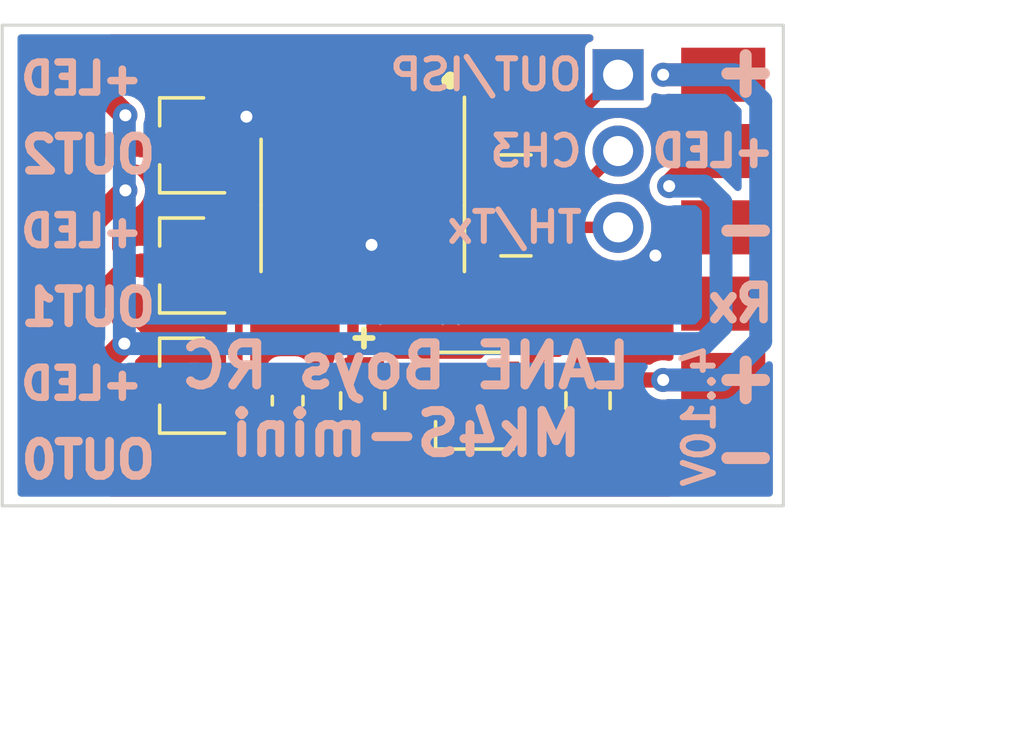
<source format=kicad_pcb>
(kicad_pcb (version 20171130) (host pcbnew 5.1.9-73d0e3b20d~88~ubuntu18.04.1)

  (general
    (thickness 1.6)
    (drawings 26)
    (tracks 109)
    (zones 0)
    (modules 12)
    (nets 19)
  )

  (page A4)
  (layers
    (0 F.Cu signal)
    (31 B.Cu signal)
    (32 B.Adhes user hide)
    (33 F.Adhes user hide)
    (34 B.Paste user hide)
    (35 F.Paste user hide)
    (36 B.SilkS user)
    (37 F.SilkS user)
    (38 B.Mask user hide)
    (39 F.Mask user hide)
    (40 Dwgs.User user hide)
    (41 Cmts.User user)
    (42 Eco1.User user hide)
    (43 Eco2.User user hide)
    (44 Edge.Cuts user)
    (45 Margin user)
    (46 B.CrtYd user)
    (47 F.CrtYd user)
    (48 B.Fab user hide)
    (49 F.Fab user hide)
  )

  (setup
    (last_trace_width 0.254)
    (user_trace_width 0.2032)
    (user_trace_width 0.381)
    (user_trace_width 0.508)
    (user_trace_width 0.762)
    (trace_clearance 0.2032)
    (zone_clearance 0.254)
    (zone_45_only no)
    (trace_min 0.2032)
    (via_size 0.8)
    (via_drill 0.4)
    (via_min_size 0.4)
    (via_min_drill 0.3)
    (uvia_size 0.3)
    (uvia_drill 0.1)
    (uvias_allowed no)
    (uvia_min_size 0.2)
    (uvia_min_drill 0.1)
    (edge_width 0.1)
    (segment_width 0.2)
    (pcb_text_width 0.3)
    (pcb_text_size 1.5 1.5)
    (mod_edge_width 0.15)
    (mod_text_size 1 1)
    (mod_text_width 0.15)
    (pad_size 1.7 1.7)
    (pad_drill 1)
    (pad_to_mask_clearance 0)
    (aux_axis_origin 100 100)
    (grid_origin 100 100)
    (visible_elements FFFFFF7F)
    (pcbplotparams
      (layerselection 0x010f8_ffffffff)
      (usegerberextensions false)
      (usegerberattributes true)
      (usegerberadvancedattributes true)
      (creategerberjobfile true)
      (excludeedgelayer true)
      (linewidth 0.100000)
      (plotframeref false)
      (viasonmask false)
      (mode 1)
      (useauxorigin false)
      (hpglpennumber 1)
      (hpglpenspeed 20)
      (hpglpendiameter 15.000000)
      (psnegative false)
      (psa4output false)
      (plotreference true)
      (plotvalue true)
      (plotinvisibletext false)
      (padsonsilk false)
      (subtractmaskfromsilk false)
      (outputformat 1)
      (mirror false)
      (drillshape 0)
      (scaleselection 1)
      (outputdirectory "gerber/"))
  )

  (net 0 "")
  (net 1 GND)
  (net 2 /VIN)
  (net 3 +3V3)
  (net 4 /TH-TX)
  (net 5 /CH3)
  (net 6 /OUT-ISP)
  (net 7 /LED+)
  (net 8 /ST-Rx-in)
  (net 9 "Net-(J3-Pad5)")
  (net 10 "Net-(J3-Pad3)")
  (net 11 "Net-(J3-Pad1)")
  (net 12 /ST-RX)
  (net 13 /OUT0)
  (net 14 /OUT1)
  (net 15 /OUT2)
  (net 16 /TH-TX-in)
  (net 17 /CH3-in)
  (net 18 /OUT-ISP-in)

  (net_class Default "This is the default net class."
    (clearance 0.2032)
    (trace_width 0.254)
    (via_dia 0.8)
    (via_drill 0.4)
    (uvia_dia 0.3)
    (uvia_drill 0.1)
    (diff_pair_width 0.2032)
    (diff_pair_gap 0.254)
    (add_net +3V3)
    (add_net /CH3)
    (add_net /CH3-in)
    (add_net /LED+)
    (add_net /OUT-ISP)
    (add_net /OUT-ISP-in)
    (add_net /OUT0)
    (add_net /OUT1)
    (add_net /OUT2)
    (add_net /ST-RX)
    (add_net /ST-Rx-in)
    (add_net /TH-TX)
    (add_net /TH-TX-in)
    (add_net /VIN)
    (add_net GND)
    (add_net "Net-(J3-Pad1)")
    (add_net "Net-(J3-Pad3)")
    (add_net "Net-(J3-Pad5)")
  )

  (module Resistor_SMD:R_Array_Convex_4x0603 (layer F.Cu) (tedit 58E0A8B2) (tstamp 5FF178D9)
    (at 117.1 90)
    (descr "Chip Resistor Network, ROHM MNR14 (see mnr_g.pdf)")
    (tags "resistor array")
    (path /5FF24B18)
    (attr smd)
    (fp_text reference RN1 (at 0 -2.8) (layer F.SilkS) hide
      (effects (font (size 1 1) (thickness 0.15)))
    )
    (fp_text value 1k (at 0 2.8) (layer F.Fab)
      (effects (font (size 1 1) (thickness 0.15)))
    )
    (fp_line (start -0.8 -1.6) (end 0.8 -1.6) (layer F.Fab) (width 0.1))
    (fp_line (start 0.8 -1.6) (end 0.8 1.6) (layer F.Fab) (width 0.1))
    (fp_line (start 0.8 1.6) (end -0.8 1.6) (layer F.Fab) (width 0.1))
    (fp_line (start -0.8 1.6) (end -0.8 -1.6) (layer F.Fab) (width 0.1))
    (fp_line (start 0.5 1.68) (end -0.5 1.68) (layer F.SilkS) (width 0.12))
    (fp_line (start 0.5 -1.68) (end -0.5 -1.68) (layer F.SilkS) (width 0.12))
    (fp_line (start -1.55 -1.85) (end 1.55 -1.85) (layer F.CrtYd) (width 0.05))
    (fp_line (start -1.55 -1.85) (end -1.55 1.85) (layer F.CrtYd) (width 0.05))
    (fp_line (start 1.55 1.85) (end 1.55 -1.85) (layer F.CrtYd) (width 0.05))
    (fp_line (start 1.55 1.85) (end -1.55 1.85) (layer F.CrtYd) (width 0.05))
    (fp_text user %R (at 0 0 90) (layer F.Fab)
      (effects (font (size 0.5 0.5) (thickness 0.075)))
    )
    (pad 5 smd rect (at 0.9 1.2) (size 0.8 0.5) (layers F.Cu F.Paste F.Mask)
      (net 8 /ST-Rx-in))
    (pad 6 smd rect (at 0.9 0.4) (size 0.8 0.4) (layers F.Cu F.Paste F.Mask)
      (net 16 /TH-TX-in))
    (pad 8 smd rect (at 0.9 -1.2) (size 0.8 0.5) (layers F.Cu F.Paste F.Mask)
      (net 18 /OUT-ISP-in))
    (pad 7 smd rect (at 0.9 -0.4) (size 0.8 0.4) (layers F.Cu F.Paste F.Mask)
      (net 17 /CH3-in))
    (pad 4 smd rect (at -0.9 1.2) (size 0.8 0.5) (layers F.Cu F.Paste F.Mask)
      (net 12 /ST-RX))
    (pad 2 smd rect (at -0.9 -0.4) (size 0.8 0.4) (layers F.Cu F.Paste F.Mask)
      (net 5 /CH3))
    (pad 3 smd rect (at -0.9 0.4) (size 0.8 0.4) (layers F.Cu F.Paste F.Mask)
      (net 4 /TH-TX))
    (pad 1 smd rect (at -0.9 -1.2) (size 0.8 0.5) (layers F.Cu F.Paste F.Mask)
      (net 6 /OUT-ISP))
    (model ${KISYS3DMOD}/Resistor_SMD.3dshapes/R_Array_Convex_4x0603.wrl
      (at (xyz 0 0 0))
      (scale (xyz 1 1 1))
      (rotate (xyz 0 0 0))
    )
  )

  (module Connector_PinHeader_2.54mm:PinHeader_1x03_P2.54mm_Vertical (layer F.Cu) (tedit 5FF15566) (tstamp 5FF13756)
    (at 120.5 85.65)
    (descr "Through hole straight pin header, 1x03, 2.54mm pitch, single row")
    (tags "Through hole pin header THT 1x03 2.54mm single row")
    (path /5FFCF829)
    (fp_text reference J1 (at 0 -2.33) (layer F.SilkS) hide
      (effects (font (size 1 1) (thickness 0.15)))
    )
    (fp_text value Conn_01x03 (at -0.196 7.41) (layer F.Fab) hide
      (effects (font (size 1 1) (thickness 0.15)))
    )
    (fp_line (start -0.635 -1.27) (end 1.27 -1.27) (layer F.Fab) (width 0.1))
    (fp_line (start 1.27 -1.27) (end 1.27 6.35) (layer F.Fab) (width 0.1))
    (fp_line (start 1.27 6.35) (end -1.27 6.35) (layer F.Fab) (width 0.1))
    (fp_line (start -1.27 6.35) (end -1.27 -0.635) (layer F.Fab) (width 0.1))
    (fp_line (start -1.27 -0.635) (end -0.635 -1.27) (layer F.Fab) (width 0.1))
    (fp_line (start -1.8 -1.8) (end -1.8 6.85) (layer F.CrtYd) (width 0.05))
    (fp_line (start -1.8 6.85) (end 1.8 6.85) (layer F.CrtYd) (width 0.05))
    (fp_line (start 1.8 6.85) (end 1.8 -1.8) (layer F.CrtYd) (width 0.05))
    (fp_line (start 1.8 -1.8) (end -1.8 -1.8) (layer F.CrtYd) (width 0.05))
    (fp_text user %R (at 0 2.54 90) (layer F.Fab)
      (effects (font (size 1 1) (thickness 0.15)))
    )
    (pad 3 thru_hole oval (at 0 5.08) (size 1.7 1.7) (drill 1) (layers *.Cu *.Mask)
      (net 16 /TH-TX-in))
    (pad 2 thru_hole oval (at 0 2.54) (size 1.7 1.7) (drill 1) (layers *.Cu *.Mask)
      (net 17 /CH3-in))
    (pad 1 thru_hole rect (at 0 0) (size 1.7 1.7) (drill 1) (layers *.Cu *.Mask)
      (net 18 /OUT-ISP-in))
    (model ${KISYS3DMOD}/Connector_PinHeader_2.54mm.3dshapes/PinHeader_1x03_P2.54mm_Vertical.wrl
      (at (xyz 0 0 0))
      (scale (xyz 1 1 1))
      (rotate (xyz 0 0 0))
    )
  )

  (module Package_TO_SOT_SMD:SOT-23W (layer F.Cu) (tedit 5A02FF57) (tstamp 5FF137F5)
    (at 115.5 96.5 180)
    (descr "SOT-23W http://www.allegromicro.com/~/media/Files/Datasheets/A112x-Datasheet.ashx?la=en&hash=7BC461E058CC246E0BAB62433B2F1ECA104CA9D3")
    (tags SOT-23W)
    (path /09B5DC2D)
    (attr smd)
    (fp_text reference U2 (at 0.252 -2.484) (layer F.SilkS) hide
      (effects (font (size 1 1) (thickness 0.15)))
    )
    (fp_text value MCP1703A-3302_SOT23 (at 0.252 -11.12 90) (layer F.Fab)
      (effects (font (size 1 1) (thickness 0.15)))
    )
    (fp_line (start 1.075 -1.61) (end 1.075 -0.7) (layer F.SilkS) (width 0.12))
    (fp_line (start 1.075 0.7) (end 1.075 1.61) (layer F.SilkS) (width 0.12))
    (fp_line (start -1.5 -1.61) (end 1.075 -1.61) (layer F.SilkS) (width 0.12))
    (fp_line (start -1.075 1.61) (end 1.075 1.61) (layer F.SilkS) (width 0.12))
    (fp_line (start -0.955 -0.49) (end -0.955 1.49) (layer F.Fab) (width 0.1))
    (fp_line (start 0.045 -1.49) (end 0.955 -1.49) (layer F.Fab) (width 0.1))
    (fp_line (start -0.955 -0.49) (end 0.045 -1.49) (layer F.Fab) (width 0.1))
    (fp_line (start 0.955 -1.49) (end 0.955 1.49) (layer F.Fab) (width 0.1))
    (fp_line (start -0.955 1.49) (end 0.955 1.49) (layer F.Fab) (width 0.1))
    (fp_line (start -1.95 -1.74) (end 1.95 -1.74) (layer F.CrtYd) (width 0.05))
    (fp_line (start 1.95 -1.74) (end 1.95 1.74) (layer F.CrtYd) (width 0.05))
    (fp_line (start 1.95 1.74) (end -1.95 1.74) (layer F.CrtYd) (width 0.05))
    (fp_line (start -1.95 1.74) (end -1.95 -1.74) (layer F.CrtYd) (width 0.05))
    (fp_text user %R (at 0 0 90) (layer F.Fab)
      (effects (font (size 0.5 0.5) (thickness 0.075)))
    )
    (pad 3 smd rect (at 1.2 0 180) (size 1 0.7) (layers F.Cu F.Paste F.Mask)
      (net 2 /VIN))
    (pad 2 smd rect (at -1.2 0.95 180) (size 1 0.7) (layers F.Cu F.Paste F.Mask)
      (net 3 +3V3))
    (pad 1 smd rect (at -1.2 -0.95 180) (size 1 0.7) (layers F.Cu F.Paste F.Mask)
      (net 1 GND))
    (model ${KISYS3DMOD}/Package_TO_SOT_SMD.3dshapes/SOT-23W.wrl
      (at (xyz 0 0 0))
      (scale (xyz 1 1 1))
      (rotate (xyz 0 0 0))
    )
  )

  (module Package_SO:TSSOP-20_4.4x6.5mm_P0.65mm (layer F.Cu) (tedit 5E476F32) (tstamp 5FF137E0)
    (at 112 90 270)
    (descr "TSSOP, 20 Pin (JEDEC MO-153 Var AC https://www.jedec.org/document_search?search_api_views_fulltext=MO-153), generated with kicad-footprint-generator ipc_gullwing_generator.py")
    (tags "TSSOP SO")
    (path /5EE5F15A)
    (solder_paste_margin -0.0254)
    (attr smd)
    (fp_text reference U1 (at 0 -4.2 90) (layer F.SilkS) hide
      (effects (font (size 1 1) (thickness 0.15)))
    )
    (fp_text value LPC812M101JDH20 (at -4.732 4.356 90) (layer F.Fab)
      (effects (font (size 1 1) (thickness 0.15)))
    )
    (fp_line (start 0 3.385) (end 2.2 3.385) (layer F.SilkS) (width 0.12))
    (fp_line (start 0 3.385) (end -2.2 3.385) (layer F.SilkS) (width 0.12))
    (fp_line (start 0 -3.385) (end 2.2 -3.385) (layer F.SilkS) (width 0.12))
    (fp_line (start 0 -3.385) (end -3.6 -3.385) (layer F.SilkS) (width 0.12))
    (fp_line (start -1.2 -3.25) (end 2.2 -3.25) (layer F.Fab) (width 0.1))
    (fp_line (start 2.2 -3.25) (end 2.2 3.25) (layer F.Fab) (width 0.1))
    (fp_line (start 2.2 3.25) (end -2.2 3.25) (layer F.Fab) (width 0.1))
    (fp_line (start -2.2 3.25) (end -2.2 -2.25) (layer F.Fab) (width 0.1))
    (fp_line (start -2.2 -2.25) (end -1.2 -3.25) (layer F.Fab) (width 0.1))
    (fp_line (start -3.85 -3.5) (end -3.85 3.5) (layer F.CrtYd) (width 0.05))
    (fp_line (start -3.85 3.5) (end 3.85 3.5) (layer F.CrtYd) (width 0.05))
    (fp_line (start 3.85 3.5) (end 3.85 -3.5) (layer F.CrtYd) (width 0.05))
    (fp_line (start 3.85 -3.5) (end -3.85 -3.5) (layer F.CrtYd) (width 0.05))
    (fp_text user %R (at 0 0 90) (layer F.Fab)
      (effects (font (size 1 1) (thickness 0.15)))
    )
    (pad 20 smd roundrect (at 2.8625 -2.925 270) (size 1.475 0.4) (layers F.Cu F.Paste F.Mask) (roundrect_rratio 0.25)
      (net 1 GND))
    (pad 19 smd roundrect (at 2.8625 -2.275 270) (size 1.475 0.4) (layers F.Cu F.Paste F.Mask) (roundrect_rratio 0.25)
      (net 12 /ST-RX))
    (pad 18 smd roundrect (at 2.8625 -1.625 270) (size 1.475 0.4) (layers F.Cu F.Paste F.Mask) (roundrect_rratio 0.25))
    (pad 17 smd roundrect (at 2.8625 -0.975 270) (size 1.475 0.4) (layers F.Cu F.Paste F.Mask) (roundrect_rratio 0.25))
    (pad 16 smd roundrect (at 2.8625 -0.325 270) (size 1.475 0.4) (layers F.Cu F.Paste F.Mask) (roundrect_rratio 0.25)
      (net 1 GND))
    (pad 15 smd roundrect (at 2.8625 0.325 270) (size 1.475 0.4) (layers F.Cu F.Paste F.Mask) (roundrect_rratio 0.25)
      (net 3 +3V3))
    (pad 14 smd roundrect (at 2.8625 0.975 270) (size 1.475 0.4) (layers F.Cu F.Paste F.Mask) (roundrect_rratio 0.25))
    (pad 13 smd roundrect (at 2.8625 1.625 270) (size 1.475 0.4) (layers F.Cu F.Paste F.Mask) (roundrect_rratio 0.25))
    (pad 12 smd roundrect (at 2.8625 2.275 270) (size 1.475 0.4) (layers F.Cu F.Paste F.Mask) (roundrect_rratio 0.25))
    (pad 11 smd roundrect (at 2.8625 2.925 270) (size 1.475 0.4) (layers F.Cu F.Paste F.Mask) (roundrect_rratio 0.25))
    (pad 10 smd roundrect (at -2.8625 2.925 270) (size 1.475 0.4) (layers F.Cu F.Paste F.Mask) (roundrect_rratio 0.25))
    (pad 9 smd roundrect (at -2.8625 2.275 270) (size 1.475 0.4) (layers F.Cu F.Paste F.Mask) (roundrect_rratio 0.25))
    (pad 8 smd roundrect (at -2.8625 1.625 270) (size 1.475 0.4) (layers F.Cu F.Paste F.Mask) (roundrect_rratio 0.25))
    (pad 7 smd roundrect (at -2.8625 0.975 270) (size 1.475 0.4) (layers F.Cu F.Paste F.Mask) (roundrect_rratio 0.25)
      (net 15 /OUT2))
    (pad 6 smd roundrect (at -2.8625 0.325 270) (size 1.475 0.4) (layers F.Cu F.Paste F.Mask) (roundrect_rratio 0.25)
      (net 14 /OUT1))
    (pad 5 smd roundrect (at -2.8625 -0.325 270) (size 1.475 0.4) (layers F.Cu F.Paste F.Mask) (roundrect_rratio 0.25)
      (net 4 /TH-TX))
    (pad 4 smd roundrect (at -2.8625 -0.975 270) (size 1.475 0.4) (layers F.Cu F.Paste F.Mask) (roundrect_rratio 0.25))
    (pad 3 smd roundrect (at -2.8625 -1.625 270) (size 1.475 0.4) (layers F.Cu F.Paste F.Mask) (roundrect_rratio 0.25)
      (net 6 /OUT-ISP))
    (pad 2 smd roundrect (at -2.8625 -2.275 270) (size 1.475 0.4) (layers F.Cu F.Paste F.Mask) (roundrect_rratio 0.25)
      (net 5 /CH3))
    (pad 1 smd roundrect (at -2.8625 -2.925 270) (size 1.475 0.4) (layers F.Cu F.Paste F.Mask) (roundrect_rratio 0.25)
      (net 13 /OUT0))
    (model ${KISYS3DMOD}/Package_SO.3dshapes/TSSOP-20_4.4x6.5mm_P0.65mm.wrl
      (at (xyz 0 0 0))
      (scale (xyz 1 1 1))
      (rotate (xyz 0 0 0))
    )
  )

  (module Package_TO_SOT_SMD:SOT-23 (layer F.Cu) (tedit 5A02FF57) (tstamp 5FF137BA)
    (at 106 96 180)
    (descr "SOT-23, Standard")
    (tags SOT-23)
    (path /5EEE0AF7)
    (attr smd)
    (fp_text reference T3 (at 0 -2.5) (layer F.SilkS) hide
      (effects (font (size 1 1) (thickness 0.15)))
    )
    (fp_text value PMV30UN (at 4.468 0.064) (layer F.Fab)
      (effects (font (size 1 1) (thickness 0.15)))
    )
    (fp_line (start -0.7 -0.95) (end -0.7 1.5) (layer F.Fab) (width 0.1))
    (fp_line (start -0.15 -1.52) (end 0.7 -1.52) (layer F.Fab) (width 0.1))
    (fp_line (start -0.7 -0.95) (end -0.15 -1.52) (layer F.Fab) (width 0.1))
    (fp_line (start 0.7 -1.52) (end 0.7 1.52) (layer F.Fab) (width 0.1))
    (fp_line (start -0.7 1.52) (end 0.7 1.52) (layer F.Fab) (width 0.1))
    (fp_line (start 0.76 1.58) (end 0.76 0.65) (layer F.SilkS) (width 0.12))
    (fp_line (start 0.76 -1.58) (end 0.76 -0.65) (layer F.SilkS) (width 0.12))
    (fp_line (start -1.7 -1.75) (end 1.7 -1.75) (layer F.CrtYd) (width 0.05))
    (fp_line (start 1.7 -1.75) (end 1.7 1.75) (layer F.CrtYd) (width 0.05))
    (fp_line (start 1.7 1.75) (end -1.7 1.75) (layer F.CrtYd) (width 0.05))
    (fp_line (start -1.7 1.75) (end -1.7 -1.75) (layer F.CrtYd) (width 0.05))
    (fp_line (start 0.76 -1.58) (end -1.4 -1.58) (layer F.SilkS) (width 0.12))
    (fp_line (start 0.76 1.58) (end -0.7 1.58) (layer F.SilkS) (width 0.12))
    (fp_text user %R (at 0 0 90) (layer F.Fab)
      (effects (font (size 0.5 0.5) (thickness 0.075)))
    )
    (pad 3 smd rect (at 1 0 180) (size 0.9 0.8) (layers F.Cu F.Paste F.Mask)
      (net 11 "Net-(J3-Pad1)"))
    (pad 2 smd rect (at -1 0.95 180) (size 0.9 0.8) (layers F.Cu F.Paste F.Mask)
      (net 1 GND))
    (pad 1 smd rect (at -1 -0.95 180) (size 0.9 0.8) (layers F.Cu F.Paste F.Mask)
      (net 13 /OUT0))
    (model ${KISYS3DMOD}/Package_TO_SOT_SMD.3dshapes/SOT-23.wrl
      (at (xyz 0 0 0))
      (scale (xyz 1 1 1))
      (rotate (xyz 0 0 0))
    )
  )

  (module Package_TO_SOT_SMD:SOT-23 (layer F.Cu) (tedit 5A02FF57) (tstamp 5FF137A5)
    (at 106 92 180)
    (descr "SOT-23, Standard")
    (tags SOT-23)
    (path /5EEDFD3A)
    (attr smd)
    (fp_text reference T2 (at 0 -2.5) (layer F.SilkS) hide
      (effects (font (size 1 1) (thickness 0.15)))
    )
    (fp_text value PMV30UN (at 4.468 0.128) (layer F.Fab)
      (effects (font (size 1 1) (thickness 0.15)))
    )
    (fp_line (start -0.7 -0.95) (end -0.7 1.5) (layer F.Fab) (width 0.1))
    (fp_line (start -0.15 -1.52) (end 0.7 -1.52) (layer F.Fab) (width 0.1))
    (fp_line (start -0.7 -0.95) (end -0.15 -1.52) (layer F.Fab) (width 0.1))
    (fp_line (start 0.7 -1.52) (end 0.7 1.52) (layer F.Fab) (width 0.1))
    (fp_line (start -0.7 1.52) (end 0.7 1.52) (layer F.Fab) (width 0.1))
    (fp_line (start 0.76 1.58) (end 0.76 0.65) (layer F.SilkS) (width 0.12))
    (fp_line (start 0.76 -1.58) (end 0.76 -0.65) (layer F.SilkS) (width 0.12))
    (fp_line (start -1.7 -1.75) (end 1.7 -1.75) (layer F.CrtYd) (width 0.05))
    (fp_line (start 1.7 -1.75) (end 1.7 1.75) (layer F.CrtYd) (width 0.05))
    (fp_line (start 1.7 1.75) (end -1.7 1.75) (layer F.CrtYd) (width 0.05))
    (fp_line (start -1.7 1.75) (end -1.7 -1.75) (layer F.CrtYd) (width 0.05))
    (fp_line (start 0.76 -1.58) (end -1.4 -1.58) (layer F.SilkS) (width 0.12))
    (fp_line (start 0.76 1.58) (end -0.7 1.58) (layer F.SilkS) (width 0.12))
    (fp_text user %R (at 0 0 90) (layer F.Fab)
      (effects (font (size 0.5 0.5) (thickness 0.075)))
    )
    (pad 3 smd rect (at 1 0 180) (size 0.9 0.8) (layers F.Cu F.Paste F.Mask)
      (net 10 "Net-(J3-Pad3)"))
    (pad 2 smd rect (at -1 0.95 180) (size 0.9 0.8) (layers F.Cu F.Paste F.Mask)
      (net 1 GND))
    (pad 1 smd rect (at -1 -0.95 180) (size 0.9 0.8) (layers F.Cu F.Paste F.Mask)
      (net 14 /OUT1))
    (model ${KISYS3DMOD}/Package_TO_SOT_SMD.3dshapes/SOT-23.wrl
      (at (xyz 0 0 0))
      (scale (xyz 1 1 1))
      (rotate (xyz 0 0 0))
    )
  )

  (module Package_TO_SOT_SMD:SOT-23 (layer F.Cu) (tedit 5A02FF57) (tstamp 5FF13790)
    (at 106 88 180)
    (descr "SOT-23, Standard")
    (tags SOT-23)
    (path /8692C711)
    (attr smd)
    (fp_text reference T1 (at 0 -2.5) (layer F.SilkS) hide
      (effects (font (size 1 1) (thickness 0.15)))
    )
    (fp_text value PMV30UN (at 4.468 -0.062) (layer F.Fab)
      (effects (font (size 1 1) (thickness 0.15)))
    )
    (fp_line (start -0.7 -0.95) (end -0.7 1.5) (layer F.Fab) (width 0.1))
    (fp_line (start -0.15 -1.52) (end 0.7 -1.52) (layer F.Fab) (width 0.1))
    (fp_line (start -0.7 -0.95) (end -0.15 -1.52) (layer F.Fab) (width 0.1))
    (fp_line (start 0.7 -1.52) (end 0.7 1.52) (layer F.Fab) (width 0.1))
    (fp_line (start -0.7 1.52) (end 0.7 1.52) (layer F.Fab) (width 0.1))
    (fp_line (start 0.76 1.58) (end 0.76 0.65) (layer F.SilkS) (width 0.12))
    (fp_line (start 0.76 -1.58) (end 0.76 -0.65) (layer F.SilkS) (width 0.12))
    (fp_line (start -1.7 -1.75) (end 1.7 -1.75) (layer F.CrtYd) (width 0.05))
    (fp_line (start 1.7 -1.75) (end 1.7 1.75) (layer F.CrtYd) (width 0.05))
    (fp_line (start 1.7 1.75) (end -1.7 1.75) (layer F.CrtYd) (width 0.05))
    (fp_line (start -1.7 1.75) (end -1.7 -1.75) (layer F.CrtYd) (width 0.05))
    (fp_line (start 0.76 -1.58) (end -1.4 -1.58) (layer F.SilkS) (width 0.12))
    (fp_line (start 0.76 1.58) (end -0.7 1.58) (layer F.SilkS) (width 0.12))
    (fp_text user %R (at 0 0 90) (layer F.Fab)
      (effects (font (size 0.5 0.5) (thickness 0.075)))
    )
    (pad 3 smd rect (at 1 0 180) (size 0.9 0.8) (layers F.Cu F.Paste F.Mask)
      (net 9 "Net-(J3-Pad5)"))
    (pad 2 smd rect (at -1 0.95 180) (size 0.9 0.8) (layers F.Cu F.Paste F.Mask)
      (net 1 GND))
    (pad 1 smd rect (at -1 -0.95 180) (size 0.9 0.8) (layers F.Cu F.Paste F.Mask)
      (net 15 /OUT2))
    (model ${KISYS3DMOD}/Package_TO_SOT_SMD.3dshapes/SOT-23.wrl
      (at (xyz 0 0 0))
      (scale (xyz 1 1 1))
      (rotate (xyz 0 0 0))
    )
  )

  (module rc-light-controller-tlc5940-lpc812:PinHeader_1x06_P2.54mm_Flat (layer F.Cu) (tedit 5F17D121) (tstamp 5FF1376A)
    (at 102 98.35 90)
    (path /5FF85660)
    (fp_text reference J3 (at 0 2.54 90) (layer F.SilkS) hide
      (effects (font (size 1 1) (thickness 0.15)))
    )
    (fp_text value "Pinheader straight 1x06" (at 0 -2.54 90) (layer F.Fab) hide
      (effects (font (size 1 1) (thickness 0.15)))
    )
    (pad 6 smd rect (at 12.7 0 90) (size 1.8 2.8) (layers F.Cu F.Mask)
      (net 7 /LED+))
    (pad 5 smd rect (at 10.16 0 90) (size 1.8 2.8) (layers F.Cu F.Mask)
      (net 9 "Net-(J3-Pad5)"))
    (pad 4 smd rect (at 7.62 0 90) (size 1.8 2.8) (layers F.Cu F.Mask)
      (net 7 /LED+))
    (pad 3 smd rect (at 5.08 0 90) (size 1.8 2.8) (layers F.Cu F.Mask)
      (net 10 "Net-(J3-Pad3)"))
    (pad 2 smd rect (at 2.54 0 90) (size 1.8 2.8) (layers F.Cu F.Mask)
      (net 7 /LED+))
    (pad 1 smd rect (at 0 0 90) (size 1.8 2.8) (layers F.Cu F.Mask)
      (net 11 "Net-(J3-Pad1)"))
  )

  (module rc-light-controller-tlc5940-lpc812:PinHeader_1x06_P2.54mm_Flat (layer F.Cu) (tedit 5F17D121) (tstamp 5FF190FA)
    (at 124 98.35 90)
    (path /5F1D0E80)
    (fp_text reference J2 (at 0 2.54 90) (layer F.SilkS) hide
      (effects (font (size 1 1) (thickness 0.15)))
    )
    (fp_text value "Pinheader straight 1x06" (at 0 -2.54 90) (layer F.Fab) hide
      (effects (font (size 1 1) (thickness 0.15)))
    )
    (pad 6 smd rect (at 12.7 0 90) (size 1.8 2.8) (layers F.Cu F.Mask)
      (net 2 /VIN))
    (pad 5 smd rect (at 10.16 0 90) (size 1.8 2.8) (layers F.Cu F.Mask)
      (net 7 /LED+))
    (pad 4 smd rect (at 7.62 0 90) (size 1.8 2.8) (layers F.Cu F.Mask)
      (net 1 GND))
    (pad 3 smd rect (at 5.08 0 90) (size 1.8 2.8) (layers F.Cu F.Mask)
      (net 8 /ST-Rx-in))
    (pad 2 smd rect (at 2.54 0 90) (size 1.8 2.8) (layers F.Cu F.Mask)
      (net 2 /VIN))
    (pad 1 smd rect (at 0 0 90) (size 1.8 2.8) (layers F.Cu F.Mask)
      (net 1 GND))
  )

  (module Capacitor_SMD:C_0603_1608Metric (layer F.Cu) (tedit 5F68FEEE) (tstamp 5FF164AB)
    (at 109.5 96.5 270)
    (descr "Capacitor SMD 0603 (1608 Metric), square (rectangular) end terminal, IPC_7351 nominal, (Body size source: IPC-SM-782 page 76, https://www.pcb-3d.com/wordpress/wp-content/uploads/ipc-sm-782a_amendment_1_and_2.pdf), generated with kicad-footprint-generator")
    (tags capacitor)
    (path /5F2418F7)
    (attr smd)
    (fp_text reference C3 (at 2.484 0.094 180) (layer F.SilkS) hide
      (effects (font (size 1 1) (thickness 0.15)))
    )
    (fp_text value 100n (at 3.754 0.094 90) (layer F.Fab)
      (effects (font (size 1 1) (thickness 0.15)))
    )
    (fp_line (start -0.8 0.4) (end -0.8 -0.4) (layer F.Fab) (width 0.1))
    (fp_line (start -0.8 -0.4) (end 0.8 -0.4) (layer F.Fab) (width 0.1))
    (fp_line (start 0.8 -0.4) (end 0.8 0.4) (layer F.Fab) (width 0.1))
    (fp_line (start 0.8 0.4) (end -0.8 0.4) (layer F.Fab) (width 0.1))
    (fp_line (start -0.14058 -0.51) (end 0.14058 -0.51) (layer F.SilkS) (width 0.12))
    (fp_line (start -0.14058 0.51) (end 0.14058 0.51) (layer F.SilkS) (width 0.12))
    (fp_line (start -1.48 0.73) (end -1.48 -0.73) (layer F.CrtYd) (width 0.05))
    (fp_line (start -1.48 -0.73) (end 1.48 -0.73) (layer F.CrtYd) (width 0.05))
    (fp_line (start 1.48 -0.73) (end 1.48 0.73) (layer F.CrtYd) (width 0.05))
    (fp_line (start 1.48 0.73) (end -1.48 0.73) (layer F.CrtYd) (width 0.05))
    (fp_text user %R (at 0 0 90) (layer F.Fab)
      (effects (font (size 0.4 0.4) (thickness 0.06)))
    )
    (pad 2 smd roundrect (at 0.775 0 270) (size 0.9 0.95) (layers F.Cu F.Paste F.Mask) (roundrect_rratio 0.25)
      (net 1 GND))
    (pad 1 smd roundrect (at -0.775 0 270) (size 0.9 0.95) (layers F.Cu F.Paste F.Mask) (roundrect_rratio 0.25)
      (net 3 +3V3))
    (model ${KISYS3DMOD}/Capacitor_SMD.3dshapes/C_0603_1608Metric.wrl
      (at (xyz 0 0 0))
      (scale (xyz 1 1 1))
      (rotate (xyz 0 0 0))
    )
  )

  (module Capacitor_SMD:C_0805_2012Metric (layer F.Cu) (tedit 5F68FEEE) (tstamp 5FF1372E)
    (at 112 96.5 270)
    (descr "Capacitor SMD 0805 (2012 Metric), square (rectangular) end terminal, IPC_7351 nominal, (Body size source: IPC-SM-782 page 76, https://www.pcb-3d.com/wordpress/wp-content/uploads/ipc-sm-782a_amendment_1_and_2.pdf, https://docs.google.com/spreadsheets/d/1BsfQQcO9C6DZCsRaXUlFlo91Tg2WpOkGARC1WS5S8t0/edit?usp=sharing), generated with kicad-footprint-generator")
    (tags capacitor)
    (path /5C870864)
    (attr smd)
    (fp_text reference C2 (at 2.484 0.054 180) (layer F.SilkS) hide
      (effects (font (size 1 1) (thickness 0.15)))
    )
    (fp_text value 47u/6V3 (at 5.278 0.054 90) (layer F.Fab)
      (effects (font (size 1 1) (thickness 0.15)))
    )
    (fp_line (start -1 0.625) (end -1 -0.625) (layer F.Fab) (width 0.1))
    (fp_line (start -1 -0.625) (end 1 -0.625) (layer F.Fab) (width 0.1))
    (fp_line (start 1 -0.625) (end 1 0.625) (layer F.Fab) (width 0.1))
    (fp_line (start 1 0.625) (end -1 0.625) (layer F.Fab) (width 0.1))
    (fp_line (start -0.261252 -0.735) (end 0.261252 -0.735) (layer F.SilkS) (width 0.12))
    (fp_line (start -0.261252 0.735) (end 0.261252 0.735) (layer F.SilkS) (width 0.12))
    (fp_line (start -1.7 0.98) (end -1.7 -0.98) (layer F.CrtYd) (width 0.05))
    (fp_line (start -1.7 -0.98) (end 1.7 -0.98) (layer F.CrtYd) (width 0.05))
    (fp_line (start 1.7 -0.98) (end 1.7 0.98) (layer F.CrtYd) (width 0.05))
    (fp_line (start 1.7 0.98) (end -1.7 0.98) (layer F.CrtYd) (width 0.05))
    (fp_text user %R (at 0 0 90) (layer F.Fab)
      (effects (font (size 0.5 0.5) (thickness 0.08)))
    )
    (pad 2 smd roundrect (at 0.95 0 270) (size 1 1.45) (layers F.Cu F.Paste F.Mask) (roundrect_rratio 0.25)
      (net 1 GND))
    (pad 1 smd roundrect (at -0.95 0 270) (size 1 1.45) (layers F.Cu F.Paste F.Mask) (roundrect_rratio 0.25)
      (net 3 +3V3))
    (model ${KISYS3DMOD}/Capacitor_SMD.3dshapes/C_0805_2012Metric.wrl
      (at (xyz 0 0 0))
      (scale (xyz 1 1 1))
      (rotate (xyz 0 0 0))
    )
  )

  (module Capacitor_SMD:C_0805_2012Metric (layer F.Cu) (tedit 5F68FEEE) (tstamp 5FF1371D)
    (at 119.5 96.5 270)
    (descr "Capacitor SMD 0805 (2012 Metric), square (rectangular) end terminal, IPC_7351 nominal, (Body size source: IPC-SM-782 page 76, https://www.pcb-3d.com/wordpress/wp-content/uploads/ipc-sm-782a_amendment_1_and_2.pdf, https://docs.google.com/spreadsheets/d/1BsfQQcO9C6DZCsRaXUlFlo91Tg2WpOkGARC1WS5S8t0/edit?usp=sharing), generated with kicad-footprint-generator")
    (tags capacitor)
    (path /30D010B6)
    (attr smd)
    (fp_text reference C1 (at 2.484 -0.058 180) (layer F.SilkS) hide
      (effects (font (size 1 1) (thickness 0.15)))
    )
    (fp_text value 1u/16V (at 5.024 -0.058 90) (layer F.Fab)
      (effects (font (size 1 1) (thickness 0.15)))
    )
    (fp_line (start -1 0.625) (end -1 -0.625) (layer F.Fab) (width 0.1))
    (fp_line (start -1 -0.625) (end 1 -0.625) (layer F.Fab) (width 0.1))
    (fp_line (start 1 -0.625) (end 1 0.625) (layer F.Fab) (width 0.1))
    (fp_line (start 1 0.625) (end -1 0.625) (layer F.Fab) (width 0.1))
    (fp_line (start -0.261252 -0.735) (end 0.261252 -0.735) (layer F.SilkS) (width 0.12))
    (fp_line (start -0.261252 0.735) (end 0.261252 0.735) (layer F.SilkS) (width 0.12))
    (fp_line (start -1.7 0.98) (end -1.7 -0.98) (layer F.CrtYd) (width 0.05))
    (fp_line (start -1.7 -0.98) (end 1.7 -0.98) (layer F.CrtYd) (width 0.05))
    (fp_line (start 1.7 -0.98) (end 1.7 0.98) (layer F.CrtYd) (width 0.05))
    (fp_line (start 1.7 0.98) (end -1.7 0.98) (layer F.CrtYd) (width 0.05))
    (fp_text user %R (at 0 0 90) (layer F.Fab)
      (effects (font (size 0.5 0.5) (thickness 0.08)))
    )
    (pad 2 smd roundrect (at 0.95 0 270) (size 1 1.45) (layers F.Cu F.Paste F.Mask) (roundrect_rratio 0.25)
      (net 1 GND))
    (pad 1 smd roundrect (at -0.95 0 270) (size 1 1.45) (layers F.Cu F.Paste F.Mask) (roundrect_rratio 0.25)
      (net 2 /VIN))
    (model ${KISYS3DMOD}/Capacitor_SMD.3dshapes/C_0805_2012Metric.wrl
      (at (xyz 0 0 0))
      (scale (xyz 1 1 1))
      (rotate (xyz 0 0 0))
    )
  )

  (gr_text "Thickness 0.8mm" (at 127.4 107.4) (layer Cmts.User)
    (effects (font (size 1 1) (thickness 0.15)))
  )
  (gr_text + (at 112.0396 94.3612) (layer F.SilkS) (tstamp 5FFAA0DC)
    (effects (font (size 0.762 0.762) (thickness 0.1905)))
  )
  (gr_text . (at 114.9112 85.034) (layer F.SilkS) (tstamp 5FFAA0DA)
    (effects (font (size 2 2) (thickness 0.4)))
  )
  (gr_text 4..10V (at 123.2 97 90) (layer B.SilkS)
    (effects (font (size 1 1) (thickness 0.2)) (justify mirror))
  )
  (gr_text TH/Tx (at 119.4 90.73) (layer B.SilkS)
    (effects (font (size 1 1) (thickness 0.2)) (justify left mirror))
  )
  (gr_text CH3 (at 119.4 88.19) (layer B.SilkS)
    (effects (font (size 1 1) (thickness 0.2)) (justify left mirror))
  )
  (gr_text OUT/ISP (at 119.4 85.65) (layer B.SilkS)
    (effects (font (size 1 1) (thickness 0.2)) (justify left mirror))
  )
  (gr_text "LANE Boys RC\nMk4S-mini" (at 113.4366 96.4694) (layer B.SilkS) (tstamp 5FF1B769)
    (effects (font (size 1.4 1.4) (thickness 0.3)) (justify mirror))
  )
  (gr_text OUT0 (at 100.5 98.476) (layer B.SilkS) (tstamp 5FF17EFD)
    (effects (font (size 1.143 1.143) (thickness 0.28575)) (justify right mirror))
  )
  (gr_text OUT1 (at 100.5 93.396) (layer B.SilkS) (tstamp 5FF17EF9)
    (effects (font (size 1.143 1.143) (thickness 0.28575)) (justify right mirror))
  )
  (gr_text OUT2 (at 100.5 88.316) (layer B.SilkS) (tstamp 5FF17EF6)
    (effects (font (size 1.143 1.143) (thickness 0.28575)) (justify right mirror))
  )
  (gr_text +LED (at 100.5 95.936) (layer B.SilkS) (tstamp 5FF17EF3)
    (effects (font (size 1 1) (thickness 0.25)) (justify right mirror))
  )
  (gr_text +LED (at 100.5 90.856) (layer B.SilkS) (tstamp 5FF17EF1)
    (effects (font (size 1 1) (thickness 0.25)) (justify right mirror))
  )
  (gr_text +LED (at 100.5 85.776) (layer B.SilkS)
    (effects (font (size 1 1) (thickness 0.25)) (justify right mirror))
  )
  (gr_text + (at 126 85.5) (layer B.SilkS)
    (effects (font (size 1.6 1.6) (thickness 0.4)) (justify left mirror))
  )
  (gr_text +LED (at 125.8 88.19) (layer B.SilkS)
    (effects (font (size 1 1) (thickness 0.25)) (justify left mirror))
  )
  (gr_text - (at 126 90.73) (layer B.SilkS)
    (effects (font (size 1.6 1.6) (thickness 0.4)) (justify left mirror))
  )
  (gr_text Rx (at 125.8 93.27) (layer B.SilkS)
    (effects (font (size 1.143 1.143) (thickness 0.28575)) (justify left mirror))
  )
  (gr_text + (at 126 95.7) (layer B.SilkS)
    (effects (font (size 1.6 1.6) (thickness 0.4)) (justify left mirror))
  )
  (gr_text - (at 126 98.3) (layer B.SilkS)
    (effects (font (size 1.6 1.6) (thickness 0.4)) (justify left mirror))
  )
  (dimension 26 (width 0.15) (layer Cmts.User)
    (gr_text "26.000 mm" (at 113 105.8) (layer Cmts.User)
      (effects (font (size 1 1) (thickness 0.15)))
    )
    (feature1 (pts (xy 126 100) (xy 126 105.086421)))
    (feature2 (pts (xy 100 100) (xy 100 105.086421)))
    (crossbar (pts (xy 100 104.5) (xy 126 104.5)))
    (arrow1a (pts (xy 126 104.5) (xy 124.873496 105.086421)))
    (arrow1b (pts (xy 126 104.5) (xy 124.873496 103.913579)))
    (arrow2a (pts (xy 100 104.5) (xy 101.126504 105.086421)))
    (arrow2b (pts (xy 100 104.5) (xy 101.126504 103.913579)))
  )
  (dimension 16 (width 0.15) (layer Cmts.User)
    (gr_text "16.000 mm" (at 132.3 92 270) (layer Cmts.User)
      (effects (font (size 1 1) (thickness 0.15)))
    )
    (feature1 (pts (xy 126 100) (xy 131.586421 100)))
    (feature2 (pts (xy 126 84) (xy 131.586421 84)))
    (crossbar (pts (xy 131 84) (xy 131 100)))
    (arrow1a (pts (xy 131 100) (xy 130.413579 98.873496)))
    (arrow1b (pts (xy 131 100) (xy 131.586421 98.873496)))
    (arrow2a (pts (xy 131 84) (xy 130.413579 85.126504)))
    (arrow2b (pts (xy 131 84) (xy 131.586421 85.126504)))
  )
  (gr_line (start 126 84) (end 126 100) (layer Edge.Cuts) (width 0.1))
  (gr_line (start 100.005 84) (end 126 84) (layer Edge.Cuts) (width 0.1))
  (gr_line (start 100 100) (end 100 84) (layer Edge.Cuts) (width 0.1))
  (gr_line (start 126 100) (end 100.005 100) (layer Edge.Cuts) (width 0.1))

  (via (at 108.128 87.046) (size 0.8) (drill 0.4) (layers F.Cu B.Cu) (net 1))
  (via (at 112.2936 91.3132) (size 0.8) (drill 0.4) (layers F.Cu B.Cu) (net 1))
  (via (at 121.7424 91.6688) (size 0.8) (drill 0.4) (layers F.Cu B.Cu) (net 1))
  (via (at 122 95.81) (size 0.8) (drill 0.4) (layers F.Cu B.Cu) (net 2))
  (via (at 122 85.65) (size 0.8) (drill 0.4) (layers F.Cu B.Cu) (net 2))
  (segment (start 124 95.81) (end 122 95.81) (width 0.762) (layer F.Cu) (net 2))
  (segment (start 119.76 95.81) (end 119.5 95.55) (width 0.508) (layer F.Cu) (net 2))
  (segment (start 122 95.81) (end 119.76 95.81) (width 0.508) (layer F.Cu) (net 2))
  (segment (start 118.42 95.55) (end 119.5 95.55) (width 0.508) (layer F.Cu) (net 2))
  (segment (start 114.3 96.5) (end 117.47 96.5) (width 0.508) (layer F.Cu) (net 2))
  (segment (start 117.47 96.5) (end 118.42 95.55) (width 0.508) (layer F.Cu) (net 2))
  (segment (start 122 85.65) (end 124 85.65) (width 0.762) (layer F.Cu) (net 2))
  (segment (start 123.9512 95.81) (end 122 95.81) (width 0.762) (layer B.Cu) (net 2))
  (segment (start 125.2476 94.5136) (end 123.9512 95.81) (width 0.762) (layer B.Cu) (net 2))
  (segment (start 125.2476 86.538) (end 125.2476 94.5136) (width 0.762) (layer B.Cu) (net 2))
  (segment (start 122 85.65) (end 124.3596 85.65) (width 0.762) (layer B.Cu) (net 2))
  (segment (start 124.3596 85.65) (end 125.2476 86.538) (width 0.762) (layer B.Cu) (net 2))
  (segment (start 110 95.725) (end 112.325 95.725) (width 0.381) (layer F.Cu) (net 3))
  (segment (start 111.675 95.225) (end 112 95.55) (width 0.381) (layer F.Cu) (net 3))
  (segment (start 111.675 92.8625) (end 111.675 95.225) (width 0.381) (layer F.Cu) (net 3))
  (segment (start 116.7 95.55) (end 112 95.55) (width 0.381) (layer F.Cu) (net 3))
  (segment (start 116.712 90.4) (end 116.2 90.4) (width 0.254) (layer F.Cu) (net 4))
  (segment (start 112.325 87.1375) (end 112.325 85.6938) (width 0.254) (layer F.Cu) (net 4))
  (segment (start 113.0048 85.014) (end 116.5608 85.014) (width 0.254) (layer F.Cu) (net 4))
  (segment (start 116.5608 85.014) (end 117.1196 85.5728) (width 0.254) (layer F.Cu) (net 4))
  (segment (start 112.325 85.6938) (end 113.0048 85.014) (width 0.254) (layer F.Cu) (net 4))
  (segment (start 117.1196 85.5728) (end 117.1196 89.9924) (width 0.254) (layer F.Cu) (net 4))
  (segment (start 117.1196 89.9924) (end 116.712 90.4) (width 0.254) (layer F.Cu) (net 4))
  (segment (start 115.6096 89.6) (end 116.2 89.6) (width 0.254) (layer F.Cu) (net 5))
  (segment (start 115.3416 89.332) (end 115.6096 89.6) (width 0.254) (layer F.Cu) (net 5))
  (segment (start 115.3416 88.3668) (end 115.3416 89.332) (width 0.254) (layer F.Cu) (net 5))
  (segment (start 114.275 86.1822) (end 114.4272 86.03) (width 0.254) (layer F.Cu) (net 5))
  (segment (start 115.3416 86.03) (end 115.494 86.1824) (width 0.254) (layer F.Cu) (net 5))
  (segment (start 114.275 87.1375) (end 114.275 86.1822) (width 0.254) (layer F.Cu) (net 5))
  (segment (start 114.4272 86.03) (end 115.3416 86.03) (width 0.254) (layer F.Cu) (net 5))
  (segment (start 115.494 86.1824) (end 115.494 88.2144) (width 0.254) (layer F.Cu) (net 5))
  (segment (start 115.494 88.2144) (end 115.3416 88.3668) (width 0.254) (layer F.Cu) (net 5))
  (segment (start 116.2052 88.7948) (end 116.2 88.8) (width 0.254) (layer F.Cu) (net 6))
  (segment (start 116.2052 85.8776) (end 116.2052 88.7948) (width 0.254) (layer F.Cu) (net 6))
  (segment (start 115.8496 85.522) (end 116.2052 85.8776) (width 0.254) (layer F.Cu) (net 6))
  (segment (start 113.97 85.522) (end 115.8496 85.522) (width 0.254) (layer F.Cu) (net 6))
  (segment (start 113.625 87.1375) (end 113.625 85.867) (width 0.254) (layer F.Cu) (net 6))
  (segment (start 113.625 85.867) (end 113.97 85.522) (width 0.254) (layer F.Cu) (net 6))
  (segment (start 102.75 85.65) (end 104.1 87) (width 0.762) (layer F.Cu) (net 7))
  (via (at 104.1 87) (size 0.8) (drill 0.4) (layers F.Cu B.Cu) (net 7))
  (segment (start 102 85.65) (end 102.75 85.65) (width 0.762) (layer F.Cu) (net 7))
  (segment (start 102.854 95.81) (end 102 95.81) (width 0.762) (layer F.Cu) (net 7))
  (segment (start 104.064 94.6) (end 102.854 95.81) (width 0.762) (layer F.Cu) (net 7))
  (via (at 104.064 94.6) (size 0.8) (drill 0.4) (layers F.Cu B.Cu) (net 7))
  (segment (start 104.064 94.6) (end 104.064 92.634) (width 0.762) (layer B.Cu) (net 7))
  (segment (start 102.87 90.73) (end 102 90.73) (width 0.762) (layer F.Cu) (net 7))
  (segment (start 104.1 89.5) (end 102.87 90.73) (width 0.762) (layer F.Cu) (net 7))
  (segment (start 104.1 89.5) (end 104.064 89.464) (width 0.762) (layer B.Cu) (net 7))
  (segment (start 104.064 89.464) (end 104.064 87.036) (width 0.762) (layer B.Cu) (net 7))
  (segment (start 104.1 89.5) (end 104.064 89.536) (width 0.762) (layer B.Cu) (net 7))
  (via (at 104.1 89.5) (size 0.8) (drill 0.4) (layers F.Cu B.Cu) (net 7))
  (segment (start 104.064 87.036) (end 104.1 87) (width 0.762) (layer B.Cu) (net 7))
  (segment (start 104.064 89.536) (end 104.064 92.5324) (width 0.762) (layer B.Cu) (net 7))
  (segment (start 104.064 92.5324) (end 104.064 92.634) (width 0.762) (layer B.Cu) (net 7))
  (segment (start 123.367 88.19) (end 124 88.19) (width 0.762) (layer F.Cu) (net 7))
  (via (at 122.1996 89.3574) (size 0.8) (drill 0.4) (layers F.Cu B.Cu) (net 7))
  (segment (start 122.1996 89.3574) (end 123.367 88.19) (width 0.762) (layer F.Cu) (net 7))
  (segment (start 123.3324 94.6) (end 104.064 94.6) (width 0.762) (layer B.Cu) (net 7))
  (segment (start 123.9268 94.0056) (end 123.3324 94.6) (width 0.762) (layer B.Cu) (net 7))
  (segment (start 123.9268 89.9162) (end 123.9268 94.0056) (width 0.762) (layer B.Cu) (net 7))
  (segment (start 122.1996 89.3574) (end 123.368 89.3574) (width 0.762) (layer B.Cu) (net 7))
  (segment (start 123.368 89.3574) (end 123.9268 89.9162) (width 0.762) (layer B.Cu) (net 7))
  (segment (start 118 91.2) (end 118 92.0412) (width 0.381) (layer F.Cu) (net 8))
  (segment (start 119.2288 93.27) (end 124 93.27) (width 0.381) (layer F.Cu) (net 8))
  (segment (start 118 92.0412) (end 119.2288 93.27) (width 0.381) (layer F.Cu) (net 8))
  (segment (start 102.19 88) (end 102 88.19) (width 0.762) (layer F.Cu) (net 9))
  (segment (start 105 88) (end 102.19 88) (width 0.762) (layer F.Cu) (net 9))
  (segment (start 105 92) (end 104.2916 92) (width 0.762) (layer F.Cu) (net 10))
  (segment (start 103.0216 93.27) (end 102 93.27) (width 0.762) (layer F.Cu) (net 10))
  (segment (start 104.2916 92) (end 103.0216 93.27) (width 0.762) (layer F.Cu) (net 10))
  (segment (start 102.7676 98.35) (end 102 98.35) (width 0.762) (layer F.Cu) (net 11))
  (segment (start 105 96) (end 105 96.1176) (width 0.762) (layer F.Cu) (net 11))
  (segment (start 105 96.1176) (end 102.7676 98.35) (width 0.762) (layer F.Cu) (net 11))
  (segment (start 116.2 91.2) (end 114.6928 91.2) (width 0.254) (layer F.Cu) (net 12))
  (segment (start 114.275 91.6178) (end 114.275 92.8625) (width 0.254) (layer F.Cu) (net 12))
  (segment (start 114.6928 91.2) (end 114.275 91.6178) (width 0.254) (layer F.Cu) (net 12))
  (segment (start 114.9352 87.1477) (end 114.925 87.1375) (width 0.254) (layer F.Cu) (net 13))
  (segment (start 114.6304 88.4176) (end 114.9352 88.1128) (width 0.254) (layer F.Cu) (net 13))
  (segment (start 110.922 89.6876) (end 112.192 88.4176) (width 0.254) (layer F.Cu) (net 13))
  (segment (start 107.874 96.076) (end 107.874 92.7864) (width 0.254) (layer F.Cu) (net 13))
  (segment (start 114.9352 88.1128) (end 114.9352 87.1477) (width 0.254) (layer F.Cu) (net 13))
  (segment (start 112.192 88.4176) (end 114.6304 88.4176) (width 0.254) (layer F.Cu) (net 13))
  (segment (start 107.874 92.7864) (end 108.382 92.2784) (width 0.254) (layer F.Cu) (net 13))
  (segment (start 108.382 92.2784) (end 108.382 89.8908) (width 0.254) (layer F.Cu) (net 13))
  (segment (start 108.382 89.8908) (end 108.5852 89.6876) (width 0.254) (layer F.Cu) (net 13))
  (segment (start 107 96.95) (end 107.874 96.076) (width 0.254) (layer F.Cu) (net 13))
  (segment (start 108.5852 89.6876) (end 110.922 89.6876) (width 0.254) (layer F.Cu) (net 13))
  (segment (start 107.874 89.5352) (end 107.874 92.076) (width 0.254) (layer F.Cu) (net 14))
  (segment (start 110.668 89.1796) (end 108.2296 89.1796) (width 0.254) (layer F.Cu) (net 14))
  (segment (start 107.874 92.076) (end 107 92.95) (width 0.254) (layer F.Cu) (net 14))
  (segment (start 111.675 87.1375) (end 111.675 88.1726) (width 0.254) (layer F.Cu) (net 14))
  (segment (start 108.2296 89.1796) (end 107.874 89.5352) (width 0.254) (layer F.Cu) (net 14))
  (segment (start 111.675 88.1726) (end 110.668 89.1796) (width 0.254) (layer F.Cu) (net 14))
  (segment (start 107.2784 88.6716) (end 107 88.95) (width 0.254) (layer F.Cu) (net 15))
  (segment (start 110.4648 88.6716) (end 107.2784 88.6716) (width 0.254) (layer F.Cu) (net 15))
  (segment (start 111.025 87.1375) (end 111.025 88.1114) (width 0.254) (layer F.Cu) (net 15))
  (segment (start 111.025 88.1114) (end 110.4648 88.6716) (width 0.254) (layer F.Cu) (net 15))
  (segment (start 119.2268 90.73) (end 120.5 90.73) (width 0.381) (layer F.Cu) (net 16))
  (segment (start 118 90.4) (end 118.8968 90.4) (width 0.381) (layer F.Cu) (net 16))
  (segment (start 118.8968 90.4) (end 119.2268 90.73) (width 0.381) (layer F.Cu) (net 16))
  (segment (start 119.09 89.6) (end 120.5 88.19) (width 0.381) (layer F.Cu) (net 17))
  (segment (start 118 89.6) (end 119.09 89.6) (width 0.381) (layer F.Cu) (net 17))
  (segment (start 118 88.15) (end 120.5 85.65) (width 0.381) (layer F.Cu) (net 18))
  (segment (start 118 88.8) (end 118 88.15) (width 0.381) (layer F.Cu) (net 18))

  (zone (net 1) (net_name GND) (layer F.Cu) (tstamp 600BAED2) (hatch edge 0.508)
    (connect_pads (clearance 0.254))
    (min_thickness 0.254)
    (fill yes (arc_segments 32) (thermal_gap 0.381) (thermal_bridge_width 0.381))
    (polygon
      (pts
        (xy 125.654 99.746) (xy 100.254 99.746) (xy 100.254 84.252) (xy 125.654 84.252)
      )
    )
    (filled_polygon
      (pts
        (xy 119.503492 84.446299) (xy 119.437304 84.481678) (xy 119.379289 84.529289) (xy 119.331678 84.587304) (xy 119.296299 84.653492)
        (xy 119.274513 84.725311) (xy 119.267157 84.8) (xy 119.267157 86.07462) (xy 117.6276 87.714178) (xy 117.6276 85.597744)
        (xy 117.630057 85.5728) (xy 117.626435 85.536029) (xy 117.620249 85.473215) (xy 117.591201 85.377457) (xy 117.544029 85.289205)
        (xy 117.480548 85.211852) (xy 117.461165 85.195945) (xy 116.937655 84.672435) (xy 116.921748 84.653052) (xy 116.844395 84.589571)
        (xy 116.756143 84.542399) (xy 116.660385 84.513351) (xy 116.585747 84.506) (xy 116.585744 84.506) (xy 116.5608 84.503543)
        (xy 116.535856 84.506) (xy 113.029743 84.506) (xy 113.004799 84.503543) (xy 112.979855 84.506) (xy 112.979853 84.506)
        (xy 112.905215 84.513351) (xy 112.809457 84.542399) (xy 112.809455 84.5424) (xy 112.721204 84.589571) (xy 112.66661 84.634376)
        (xy 112.643852 84.653052) (xy 112.627949 84.67243) (xy 111.98343 85.31695) (xy 111.964053 85.332852) (xy 111.948151 85.352229)
        (xy 111.94815 85.35223) (xy 111.900571 85.410205) (xy 111.860272 85.485601) (xy 111.8534 85.498457) (xy 111.835217 85.5584)
        (xy 111.824352 85.594216) (xy 111.814543 85.6938) (xy 111.817001 85.718754) (xy 111.817001 86.021294) (xy 111.775 86.017157)
        (xy 111.575 86.017157) (xy 111.480802 86.026435) (xy 111.390224 86.053911) (xy 111.35 86.075411) (xy 111.309776 86.053911)
        (xy 111.219198 86.026435) (xy 111.125 86.017157) (xy 110.925 86.017157) (xy 110.830802 86.026435) (xy 110.740224 86.053911)
        (xy 110.7 86.075411) (xy 110.659776 86.053911) (xy 110.569198 86.026435) (xy 110.475 86.017157) (xy 110.275 86.017157)
        (xy 110.180802 86.026435) (xy 110.090224 86.053911) (xy 110.05 86.075411) (xy 110.009776 86.053911) (xy 109.919198 86.026435)
        (xy 109.825 86.017157) (xy 109.625 86.017157) (xy 109.530802 86.026435) (xy 109.440224 86.053911) (xy 109.4 86.075411)
        (xy 109.359776 86.053911) (xy 109.269198 86.026435) (xy 109.175 86.017157) (xy 108.975 86.017157) (xy 108.880802 86.026435)
        (xy 108.790224 86.053911) (xy 108.706747 86.098531) (xy 108.633578 86.158578) (xy 108.573531 86.231747) (xy 108.528911 86.315224)
        (xy 108.501435 86.405802) (xy 108.492157 86.5) (xy 108.492157 87.775) (xy 108.501435 87.869198) (xy 108.528911 87.959776)
        (xy 108.573531 88.043253) (xy 108.633578 88.116422) (xy 108.691066 88.1636) (xy 107.303343 88.1636) (xy 107.278399 88.161143)
        (xy 107.253455 88.1636) (xy 107.253453 88.1636) (xy 107.217337 88.167157) (xy 106.55 88.167157) (xy 106.475311 88.174513)
        (xy 106.403492 88.196299) (xy 106.337304 88.231678) (xy 106.279289 88.279289) (xy 106.231678 88.337304) (xy 106.196299 88.403492)
        (xy 106.174513 88.475311) (xy 106.167157 88.55) (xy 106.167157 89.35) (xy 106.174513 89.424689) (xy 106.196299 89.496508)
        (xy 106.231678 89.562696) (xy 106.279289 89.620711) (xy 106.337304 89.668322) (xy 106.403492 89.703701) (xy 106.475311 89.725487)
        (xy 106.55 89.732843) (xy 107.366 89.732843) (xy 107.366 90.140338) (xy 107.1905 90.142) (xy 107.0635 90.269)
        (xy 107.0635 90.9865) (xy 107.0835 90.9865) (xy 107.0835 91.1135) (xy 107.0635 91.1135) (xy 107.0635 91.831)
        (xy 107.1905 91.958) (xy 107.2728 91.95878) (xy 107.064423 92.167157) (xy 106.55 92.167157) (xy 106.475311 92.174513)
        (xy 106.403492 92.196299) (xy 106.337304 92.231678) (xy 106.279289 92.279289) (xy 106.231678 92.337304) (xy 106.196299 92.403492)
        (xy 106.174513 92.475311) (xy 106.167157 92.55) (xy 106.167157 93.35) (xy 106.174513 93.424689) (xy 106.196299 93.496508)
        (xy 106.231678 93.562696) (xy 106.279289 93.620711) (xy 106.337304 93.668322) (xy 106.403492 93.703701) (xy 106.475311 93.725487)
        (xy 106.55 93.732843) (xy 107.366001 93.732843) (xy 107.366001 94.140338) (xy 107.1905 94.142) (xy 107.0635 94.269)
        (xy 107.0635 94.9865) (xy 107.0835 94.9865) (xy 107.0835 95.1135) (xy 107.0635 95.1135) (xy 107.0635 95.831)
        (xy 107.1905 95.958) (xy 107.2728 95.95878) (xy 107.064423 96.167157) (xy 106.55 96.167157) (xy 106.475311 96.174513)
        (xy 106.403492 96.196299) (xy 106.337304 96.231678) (xy 106.279289 96.279289) (xy 106.231678 96.337304) (xy 106.196299 96.403492)
        (xy 106.174513 96.475311) (xy 106.167157 96.55) (xy 106.167157 97.35) (xy 106.174513 97.424689) (xy 106.196299 97.496508)
        (xy 106.231678 97.562696) (xy 106.279289 97.620711) (xy 106.337304 97.668322) (xy 106.403492 97.703701) (xy 106.475311 97.725487)
        (xy 106.55 97.732843) (xy 107.45 97.732843) (xy 107.524689 97.725487) (xy 107.526294 97.725) (xy 108.514542 97.725)
        (xy 108.52435 97.824585) (xy 108.553398 97.920344) (xy 108.60057 98.008595) (xy 108.664052 98.085948) (xy 108.741405 98.14943)
        (xy 108.829656 98.196602) (xy 108.925415 98.22565) (xy 109.025 98.235458) (xy 109.3095 98.233) (xy 109.4365 98.106)
        (xy 109.4365 97.3385) (xy 109.5635 97.3385) (xy 109.5635 98.106) (xy 109.6905 98.233) (xy 109.975 98.235458)
        (xy 110.074585 98.22565) (xy 110.170344 98.196602) (xy 110.258595 98.14943) (xy 110.335948 98.085948) (xy 110.39943 98.008595)
        (xy 110.43075 97.95) (xy 110.764542 97.95) (xy 110.77435 98.049585) (xy 110.803398 98.145344) (xy 110.85057 98.233595)
        (xy 110.914052 98.310948) (xy 110.991405 98.37443) (xy 111.079656 98.421602) (xy 111.175415 98.45065) (xy 111.275 98.460458)
        (xy 111.8095 98.458) (xy 111.9365 98.331) (xy 111.9365 97.5135) (xy 112.0635 97.5135) (xy 112.0635 98.331)
        (xy 112.1905 98.458) (xy 112.725 98.460458) (xy 112.824585 98.45065) (xy 112.920344 98.421602) (xy 113.008595 98.37443)
        (xy 113.085948 98.310948) (xy 113.14943 98.233595) (xy 113.196602 98.145344) (xy 113.22565 98.049585) (xy 113.235458 97.95)
        (xy 113.234267 97.8) (xy 115.689542 97.8) (xy 115.69935 97.899585) (xy 115.728398 97.995344) (xy 115.77557 98.083595)
        (xy 115.839052 98.160948) (xy 115.916405 98.22443) (xy 116.004656 98.271602) (xy 116.100415 98.30065) (xy 116.2 98.310458)
        (xy 116.5095 98.308) (xy 116.6365 98.181) (xy 116.6365 97.5135) (xy 116.7635 97.5135) (xy 116.7635 98.181)
        (xy 116.8905 98.308) (xy 117.2 98.310458) (xy 117.299585 98.30065) (xy 117.395344 98.271602) (xy 117.483595 98.22443)
        (xy 117.560948 98.160948) (xy 117.62443 98.083595) (xy 117.671602 97.995344) (xy 117.685356 97.95) (xy 118.264542 97.95)
        (xy 118.27435 98.049585) (xy 118.303398 98.145344) (xy 118.35057 98.233595) (xy 118.414052 98.310948) (xy 118.491405 98.37443)
        (xy 118.579656 98.421602) (xy 118.675415 98.45065) (xy 118.775 98.460458) (xy 119.3095 98.458) (xy 119.4365 98.331)
        (xy 119.4365 97.5135) (xy 119.5635 97.5135) (xy 119.5635 98.331) (xy 119.6905 98.458) (xy 120.225 98.460458)
        (xy 120.324585 98.45065) (xy 120.420344 98.421602) (xy 120.508595 98.37443) (xy 120.585948 98.310948) (xy 120.64943 98.233595)
        (xy 120.696602 98.145344) (xy 120.72565 98.049585) (xy 120.735458 97.95) (xy 120.733 97.6405) (xy 120.606 97.5135)
        (xy 119.5635 97.5135) (xy 119.4365 97.5135) (xy 118.394 97.5135) (xy 118.267 97.6405) (xy 118.264542 97.95)
        (xy 117.685356 97.95) (xy 117.70065 97.899585) (xy 117.710458 97.8) (xy 117.708 97.6405) (xy 117.581 97.5135)
        (xy 116.7635 97.5135) (xy 116.6365 97.5135) (xy 115.819 97.5135) (xy 115.692 97.6405) (xy 115.689542 97.8)
        (xy 113.234267 97.8) (xy 113.233 97.6405) (xy 113.106 97.5135) (xy 112.0635 97.5135) (xy 111.9365 97.5135)
        (xy 110.894 97.5135) (xy 110.767 97.6405) (xy 110.764542 97.95) (xy 110.43075 97.95) (xy 110.446602 97.920344)
        (xy 110.47565 97.824585) (xy 110.485458 97.725) (xy 110.483 97.4655) (xy 110.356 97.3385) (xy 109.5635 97.3385)
        (xy 109.4365 97.3385) (xy 108.644 97.3385) (xy 108.517 97.4655) (xy 108.514542 97.725) (xy 107.526294 97.725)
        (xy 107.596508 97.703701) (xy 107.662696 97.668322) (xy 107.720711 97.620711) (xy 107.768322 97.562696) (xy 107.803701 97.496508)
        (xy 107.825487 97.424689) (xy 107.832843 97.35) (xy 107.832843 96.835577) (xy 108.215565 96.452855) (xy 108.234948 96.436948)
        (xy 108.298429 96.359595) (xy 108.345601 96.271343) (xy 108.374649 96.175585) (xy 108.382 96.100947) (xy 108.382 96.100944)
        (xy 108.384457 96.076) (xy 108.382 96.051056) (xy 108.382 92.99682) (xy 108.492157 92.886664) (xy 108.492157 93.5)
        (xy 108.501435 93.594198) (xy 108.528911 93.684776) (xy 108.573531 93.768253) (xy 108.633578 93.841422) (xy 108.706747 93.901469)
        (xy 108.790224 93.946089) (xy 108.880802 93.973565) (xy 108.975 93.982843) (xy 109.175 93.982843) (xy 109.269198 93.973565)
        (xy 109.359776 93.946089) (xy 109.4 93.924589) (xy 109.440224 93.946089) (xy 109.530802 93.973565) (xy 109.625 93.982843)
        (xy 109.825 93.982843) (xy 109.919198 93.973565) (xy 110.009776 93.946089) (xy 110.05 93.924589) (xy 110.090224 93.946089)
        (xy 110.180802 93.973565) (xy 110.275 93.982843) (xy 110.475 93.982843) (xy 110.569198 93.973565) (xy 110.659776 93.946089)
        (xy 110.7 93.924589) (xy 110.740224 93.946089) (xy 110.830802 93.973565) (xy 110.925 93.982843) (xy 111.1035 93.982843)
        (xy 111.103501 94.831184) (xy 111.077512 94.852512) (xy 110.99881 94.948411) (xy 110.940329 95.057821) (xy 110.911305 95.1535)
        (xy 110.24818 95.1535) (xy 110.17981 95.07019) (xy 110.087699 94.994597) (xy 109.982611 94.938426) (xy 109.868584 94.903837)
        (xy 109.75 94.892157) (xy 109.25 94.892157) (xy 109.131416 94.903837) (xy 109.017389 94.938426) (xy 108.912301 94.994597)
        (xy 108.82019 95.07019) (xy 108.744597 95.162301) (xy 108.688426 95.267389) (xy 108.653837 95.381416) (xy 108.642157 95.5)
        (xy 108.642157 95.95) (xy 108.653837 96.068584) (xy 108.688426 96.182611) (xy 108.744597 96.287699) (xy 108.80801 96.364968)
        (xy 108.741405 96.40057) (xy 108.664052 96.464052) (xy 108.60057 96.541405) (xy 108.553398 96.629656) (xy 108.52435 96.725415)
        (xy 108.514542 96.825) (xy 108.517 97.0845) (xy 108.644 97.2115) (xy 109.4365 97.2115) (xy 109.4365 97.1915)
        (xy 109.5635 97.1915) (xy 109.5635 97.2115) (xy 110.356 97.2115) (xy 110.483 97.0845) (xy 110.484273 96.95)
        (xy 110.764542 96.95) (xy 110.767 97.2595) (xy 110.894 97.3865) (xy 111.9365 97.3865) (xy 111.9365 96.569)
        (xy 112.0635 96.569) (xy 112.0635 97.3865) (xy 113.106 97.3865) (xy 113.233 97.2595) (xy 113.235458 96.95)
        (xy 113.22565 96.850415) (xy 113.196602 96.754656) (xy 113.14943 96.666405) (xy 113.085948 96.589052) (xy 113.008595 96.52557)
        (xy 112.920344 96.478398) (xy 112.824585 96.44935) (xy 112.725 96.439542) (xy 112.1905 96.442) (xy 112.0635 96.569)
        (xy 111.9365 96.569) (xy 111.8095 96.442) (xy 111.275 96.439542) (xy 111.175415 96.44935) (xy 111.079656 96.478398)
        (xy 110.991405 96.52557) (xy 110.914052 96.589052) (xy 110.85057 96.666405) (xy 110.803398 96.754656) (xy 110.77435 96.850415)
        (xy 110.764542 96.95) (xy 110.484273 96.95) (xy 110.485458 96.825) (xy 110.47565 96.725415) (xy 110.446602 96.629656)
        (xy 110.39943 96.541405) (xy 110.335948 96.464052) (xy 110.258595 96.40057) (xy 110.19199 96.364968) (xy 110.24818 96.2965)
        (xy 111.137234 96.2965) (xy 111.173411 96.32619) (xy 111.282821 96.384671) (xy 111.401538 96.420683) (xy 111.525 96.432843)
        (xy 112.475 96.432843) (xy 112.598462 96.420683) (xy 112.717179 96.384671) (xy 112.826589 96.32619) (xy 112.922488 96.247488)
        (xy 113.00119 96.151589) (xy 113.017273 96.1215) (xy 113.419964 96.1215) (xy 113.417157 96.15) (xy 113.417157 96.85)
        (xy 113.424513 96.924689) (xy 113.446299 96.996508) (xy 113.481678 97.062696) (xy 113.529289 97.120711) (xy 113.587304 97.168322)
        (xy 113.653492 97.203701) (xy 113.725311 97.225487) (xy 113.8 97.232843) (xy 114.8 97.232843) (xy 114.874689 97.225487)
        (xy 114.946508 97.203701) (xy 115.012696 97.168322) (xy 115.0533 97.135) (xy 115.690081 97.135) (xy 115.692 97.2595)
        (xy 115.819 97.3865) (xy 116.6365 97.3865) (xy 116.6365 97.3665) (xy 116.7635 97.3665) (xy 116.7635 97.3865)
        (xy 117.581 97.3865) (xy 117.708 97.2595) (xy 117.710458 97.1) (xy 117.709562 97.090903) (xy 117.71418 97.089502)
        (xy 117.824494 97.030537) (xy 117.921185 96.951185) (xy 117.922157 96.95) (xy 118.264542 96.95) (xy 118.267 97.2595)
        (xy 118.394 97.3865) (xy 119.4365 97.3865) (xy 119.4365 96.569) (xy 119.3095 96.442) (xy 118.775 96.439542)
        (xy 118.675415 96.44935) (xy 118.579656 96.478398) (xy 118.491405 96.52557) (xy 118.414052 96.589052) (xy 118.35057 96.666405)
        (xy 118.303398 96.754656) (xy 118.27435 96.850415) (xy 118.264542 96.95) (xy 117.922157 96.95) (xy 117.941074 96.92695)
        (xy 118.601143 96.266882) (xy 118.673411 96.32619) (xy 118.782821 96.384671) (xy 118.901538 96.420683) (xy 119.025 96.432843)
        (xy 119.625731 96.432843) (xy 119.635518 96.435812) (xy 119.697998 96.441966) (xy 119.6905 96.442) (xy 119.5635 96.569)
        (xy 119.5635 97.3865) (xy 120.606 97.3865) (xy 120.733 97.2595) (xy 120.735458 96.95) (xy 120.72565 96.850415)
        (xy 120.696602 96.754656) (xy 120.64943 96.666405) (xy 120.585948 96.589052) (xy 120.508595 96.52557) (xy 120.420344 96.478398)
        (xy 120.324585 96.44935) (xy 120.280418 96.445) (xy 121.544582 96.445) (xy 121.630058 96.502113) (xy 121.772191 96.560987)
        (xy 121.923078 96.591) (xy 122.076922 96.591) (xy 122.172442 96.572) (xy 122.217157 96.572) (xy 122.217157 96.71)
        (xy 122.224513 96.784689) (xy 122.246299 96.856508) (xy 122.281678 96.922696) (xy 122.329289 96.980711) (xy 122.357309 97.003706)
        (xy 122.316405 97.02557) (xy 122.239052 97.089052) (xy 122.17557 97.166405) (xy 122.128398 97.254656) (xy 122.09935 97.350415)
        (xy 122.089542 97.45) (xy 122.092 98.1595) (xy 122.219 98.2865) (xy 123.9365 98.2865) (xy 123.9365 98.2665)
        (xy 124.0635 98.2665) (xy 124.0635 98.2865) (xy 124.0835 98.2865) (xy 124.0835 98.4135) (xy 124.0635 98.4135)
        (xy 124.0635 98.4335) (xy 123.9365 98.4335) (xy 123.9365 98.4135) (xy 122.219 98.4135) (xy 122.092 98.5405)
        (xy 122.089542 99.25) (xy 122.09935 99.349585) (xy 122.128398 99.445344) (xy 122.17557 99.533595) (xy 122.204626 99.569)
        (xy 103.611428 99.569) (xy 103.612696 99.568322) (xy 103.670711 99.520711) (xy 103.718322 99.462696) (xy 103.753701 99.396508)
        (xy 103.775487 99.324689) (xy 103.782843 99.25) (xy 103.782843 98.412387) (xy 105.412388 96.782843) (xy 105.45 96.782843)
        (xy 105.524689 96.775487) (xy 105.596508 96.753701) (xy 105.662696 96.718322) (xy 105.720711 96.670711) (xy 105.768322 96.612696)
        (xy 105.803701 96.546508) (xy 105.825487 96.474689) (xy 105.832843 96.4) (xy 105.832843 95.6) (xy 105.825487 95.525311)
        (xy 105.803701 95.453492) (xy 105.801835 95.45) (xy 106.039542 95.45) (xy 106.04935 95.549585) (xy 106.078398 95.645344)
        (xy 106.12557 95.733595) (xy 106.189052 95.810948) (xy 106.266405 95.87443) (xy 106.354656 95.921602) (xy 106.450415 95.95065)
        (xy 106.55 95.960458) (xy 106.8095 95.958) (xy 106.9365 95.831) (xy 106.9365 95.1135) (xy 106.169 95.1135)
        (xy 106.042 95.2405) (xy 106.039542 95.45) (xy 105.801835 95.45) (xy 105.768322 95.387304) (xy 105.720711 95.329289)
        (xy 105.662696 95.281678) (xy 105.596508 95.246299) (xy 105.524689 95.224513) (xy 105.45 95.217157) (xy 104.55 95.217157)
        (xy 104.545452 95.217605) (xy 104.561859 95.206642) (xy 104.670642 95.097859) (xy 104.756113 94.969942) (xy 104.814987 94.827809)
        (xy 104.845 94.676922) (xy 104.845 94.65) (xy 106.039542 94.65) (xy 106.042 94.8595) (xy 106.169 94.9865)
        (xy 106.9365 94.9865) (xy 106.9365 94.269) (xy 106.8095 94.142) (xy 106.55 94.139542) (xy 106.450415 94.14935)
        (xy 106.354656 94.178398) (xy 106.266405 94.22557) (xy 106.189052 94.289052) (xy 106.12557 94.366405) (xy 106.078398 94.454656)
        (xy 106.04935 94.550415) (xy 106.039542 94.65) (xy 104.845 94.65) (xy 104.845 94.523078) (xy 104.814987 94.372191)
        (xy 104.756113 94.230058) (xy 104.670642 94.102141) (xy 104.561859 93.993358) (xy 104.433942 93.907887) (xy 104.291809 93.849013)
        (xy 104.140922 93.819) (xy 103.987078 93.819) (xy 103.836191 93.849013) (xy 103.782843 93.871111) (xy 103.782843 93.586387)
        (xy 104.586388 92.782843) (xy 105.45 92.782843) (xy 105.524689 92.775487) (xy 105.596508 92.753701) (xy 105.662696 92.718322)
        (xy 105.720711 92.670711) (xy 105.768322 92.612696) (xy 105.803701 92.546508) (xy 105.825487 92.474689) (xy 105.832843 92.4)
        (xy 105.832843 91.6) (xy 105.825487 91.525311) (xy 105.803701 91.453492) (xy 105.801835 91.45) (xy 106.039542 91.45)
        (xy 106.04935 91.549585) (xy 106.078398 91.645344) (xy 106.12557 91.733595) (xy 106.189052 91.810948) (xy 106.266405 91.87443)
        (xy 106.354656 91.921602) (xy 106.450415 91.95065) (xy 106.55 91.960458) (xy 106.8095 91.958) (xy 106.9365 91.831)
        (xy 106.9365 91.1135) (xy 106.169 91.1135) (xy 106.042 91.2405) (xy 106.039542 91.45) (xy 105.801835 91.45)
        (xy 105.768322 91.387304) (xy 105.720711 91.329289) (xy 105.662696 91.281678) (xy 105.596508 91.246299) (xy 105.524689 91.224513)
        (xy 105.45 91.217157) (xy 104.55 91.217157) (xy 104.475311 91.224513) (xy 104.43085 91.238) (xy 104.329022 91.238)
        (xy 104.291599 91.234314) (xy 104.254176 91.238) (xy 104.254174 91.238) (xy 104.142222 91.249026) (xy 103.998585 91.292598)
        (xy 103.998583 91.292599) (xy 103.997401 91.293231) (xy 103.866208 91.363355) (xy 103.782843 91.431771) (xy 103.782843 90.894787)
        (xy 104.02763 90.65) (xy 106.039542 90.65) (xy 106.042 90.8595) (xy 106.169 90.9865) (xy 106.9365 90.9865)
        (xy 106.9365 90.269) (xy 106.8095 90.142) (xy 106.55 90.139542) (xy 106.450415 90.14935) (xy 106.354656 90.178398)
        (xy 106.266405 90.22557) (xy 106.189052 90.289052) (xy 106.12557 90.366405) (xy 106.078398 90.454656) (xy 106.04935 90.550415)
        (xy 106.039542 90.65) (xy 104.02763 90.65) (xy 104.516879 90.160751) (xy 104.597859 90.106642) (xy 104.706642 89.997859)
        (xy 104.792113 89.869942) (xy 104.850987 89.727809) (xy 104.881 89.576922) (xy 104.881 89.423078) (xy 104.850987 89.272191)
        (xy 104.792113 89.130058) (xy 104.706642 89.002141) (xy 104.597859 88.893358) (xy 104.469942 88.807887) (xy 104.359162 88.762)
        (xy 104.43085 88.762) (xy 104.475311 88.775487) (xy 104.55 88.782843) (xy 105.45 88.782843) (xy 105.524689 88.775487)
        (xy 105.596508 88.753701) (xy 105.662696 88.718322) (xy 105.720711 88.670711) (xy 105.768322 88.612696) (xy 105.803701 88.546508)
        (xy 105.825487 88.474689) (xy 105.832843 88.4) (xy 105.832843 87.6) (xy 105.825487 87.525311) (xy 105.803701 87.453492)
        (xy 105.801835 87.45) (xy 106.039542 87.45) (xy 106.04935 87.549585) (xy 106.078398 87.645344) (xy 106.12557 87.733595)
        (xy 106.189052 87.810948) (xy 106.266405 87.87443) (xy 106.354656 87.921602) (xy 106.450415 87.95065) (xy 106.55 87.960458)
        (xy 106.8095 87.958) (xy 106.9365 87.831) (xy 106.9365 87.1135) (xy 107.0635 87.1135) (xy 107.0635 87.831)
        (xy 107.1905 87.958) (xy 107.45 87.960458) (xy 107.549585 87.95065) (xy 107.645344 87.921602) (xy 107.733595 87.87443)
        (xy 107.810948 87.810948) (xy 107.87443 87.733595) (xy 107.921602 87.645344) (xy 107.95065 87.549585) (xy 107.960458 87.45)
        (xy 107.958 87.2405) (xy 107.831 87.1135) (xy 107.0635 87.1135) (xy 106.9365 87.1135) (xy 106.169 87.1135)
        (xy 106.042 87.2405) (xy 106.039542 87.45) (xy 105.801835 87.45) (xy 105.768322 87.387304) (xy 105.720711 87.329289)
        (xy 105.662696 87.281678) (xy 105.596508 87.246299) (xy 105.524689 87.224513) (xy 105.45 87.217157) (xy 104.853106 87.217157)
        (xy 104.881 87.076922) (xy 104.881 86.923078) (xy 104.850987 86.772191) (xy 104.800374 86.65) (xy 106.039542 86.65)
        (xy 106.042 86.8595) (xy 106.169 86.9865) (xy 106.9365 86.9865) (xy 106.9365 86.269) (xy 107.0635 86.269)
        (xy 107.0635 86.9865) (xy 107.831 86.9865) (xy 107.958 86.8595) (xy 107.960458 86.65) (xy 107.95065 86.550415)
        (xy 107.921602 86.454656) (xy 107.87443 86.366405) (xy 107.810948 86.289052) (xy 107.733595 86.22557) (xy 107.645344 86.178398)
        (xy 107.549585 86.14935) (xy 107.45 86.139542) (xy 107.1905 86.142) (xy 107.0635 86.269) (xy 106.9365 86.269)
        (xy 106.8095 86.142) (xy 106.55 86.139542) (xy 106.450415 86.14935) (xy 106.354656 86.178398) (xy 106.266405 86.22557)
        (xy 106.189052 86.289052) (xy 106.12557 86.366405) (xy 106.078398 86.454656) (xy 106.04935 86.550415) (xy 106.039542 86.65)
        (xy 104.800374 86.65) (xy 104.792113 86.630058) (xy 104.706642 86.502141) (xy 104.597859 86.393358) (xy 104.516882 86.339251)
        (xy 103.782843 85.605213) (xy 103.782843 84.75) (xy 103.775487 84.675311) (xy 103.753701 84.603492) (xy 103.718322 84.537304)
        (xy 103.670711 84.479289) (xy 103.612696 84.431678) (xy 103.611428 84.431) (xy 119.553926 84.431)
      )
    )
    (filled_polygon
      (pts
        (xy 114.833601 89.307046) (xy 114.831143 89.332) (xy 114.8383 89.404657) (xy 114.840952 89.431585) (xy 114.863762 89.506778)
        (xy 114.87 89.527343) (xy 114.917171 89.615595) (xy 114.960443 89.668322) (xy 114.980653 89.692948) (xy 115.00003 89.70885)
        (xy 115.232745 89.941565) (xy 115.248652 89.960948) (xy 115.323774 90.022598) (xy 115.326005 90.024429) (xy 115.400879 90.06445)
        (xy 115.414257 90.071601) (xy 115.438569 90.078976) (xy 115.424513 90.125311) (xy 115.417157 90.2) (xy 115.417157 90.6)
        (xy 115.424513 90.674689) (xy 115.429764 90.692) (xy 114.717743 90.692) (xy 114.692799 90.689543) (xy 114.667855 90.692)
        (xy 114.667853 90.692) (xy 114.593215 90.699351) (xy 114.497457 90.728399) (xy 114.497455 90.7284) (xy 114.409204 90.775571)
        (xy 114.372045 90.806067) (xy 114.331852 90.839052) (xy 114.315949 90.85843) (xy 113.933434 91.240945) (xy 113.914052 91.256852)
        (xy 113.850571 91.334205) (xy 113.803399 91.422458) (xy 113.774351 91.518216) (xy 113.76987 91.563716) (xy 113.764543 91.6178)
        (xy 113.767 91.642745) (xy 113.767 91.746294) (xy 113.725 91.742157) (xy 113.525 91.742157) (xy 113.430802 91.751435)
        (xy 113.340224 91.778911) (xy 113.3 91.800411) (xy 113.259776 91.778911) (xy 113.169198 91.751435) (xy 113.075 91.742157)
        (xy 112.875 91.742157) (xy 112.860955 91.74354) (xy 112.808595 91.70057) (xy 112.720344 91.653398) (xy 112.624585 91.62435)
        (xy 112.525 91.614542) (xy 112.5155 91.617) (xy 112.3885 91.744) (xy 112.3885 92.799) (xy 112.392157 92.799)
        (xy 112.392157 92.926) (xy 112.3885 92.926) (xy 112.3885 93.981) (xy 112.5155 94.108) (xy 112.525 94.110458)
        (xy 112.624585 94.10065) (xy 112.720344 94.071602) (xy 112.808595 94.02443) (xy 112.860955 93.98146) (xy 112.875 93.982843)
        (xy 113.075 93.982843) (xy 113.169198 93.973565) (xy 113.259776 93.946089) (xy 113.3 93.924589) (xy 113.340224 93.946089)
        (xy 113.430802 93.973565) (xy 113.525 93.982843) (xy 113.725 93.982843) (xy 113.819198 93.973565) (xy 113.909776 93.946089)
        (xy 113.95 93.924589) (xy 113.990224 93.946089) (xy 114.080802 93.973565) (xy 114.175 93.982843) (xy 114.375 93.982843)
        (xy 114.389045 93.98146) (xy 114.441405 94.02443) (xy 114.529656 94.071602) (xy 114.625415 94.10065) (xy 114.725 94.110458)
        (xy 114.7345 94.108) (xy 114.8615 93.981) (xy 114.8615 92.926) (xy 114.9885 92.926) (xy 114.9885 93.981)
        (xy 115.1155 94.108) (xy 115.125 94.110458) (xy 115.224585 94.10065) (xy 115.320344 94.071602) (xy 115.408595 94.02443)
        (xy 115.485948 93.960948) (xy 115.54943 93.883595) (xy 115.596602 93.795344) (xy 115.62565 93.699585) (xy 115.635458 93.6)
        (xy 115.633 93.053) (xy 115.506 92.926) (xy 114.9885 92.926) (xy 114.8615 92.926) (xy 114.857843 92.926)
        (xy 114.857843 92.799) (xy 114.8615 92.799) (xy 114.8615 92.779) (xy 114.9885 92.779) (xy 114.9885 92.799)
        (xy 115.506 92.799) (xy 115.633 92.672) (xy 115.635458 92.125) (xy 115.62565 92.025415) (xy 115.596602 91.929656)
        (xy 115.54943 91.841405) (xy 115.485948 91.764052) (xy 115.417648 91.708) (xy 115.518858 91.708) (xy 115.529289 91.720711)
        (xy 115.587304 91.768322) (xy 115.653492 91.803701) (xy 115.725311 91.825487) (xy 115.8 91.832843) (xy 116.6 91.832843)
        (xy 116.674689 91.825487) (xy 116.746508 91.803701) (xy 116.812696 91.768322) (xy 116.870711 91.720711) (xy 116.918322 91.662696)
        (xy 116.953701 91.596508) (xy 116.975487 91.524689) (xy 116.982843 91.45) (xy 116.982843 90.95) (xy 116.975487 90.875311)
        (xy 116.965011 90.840777) (xy 116.995595 90.824429) (xy 117.072948 90.760948) (xy 117.088854 90.741566) (xy 117.218346 90.612074)
        (xy 117.224513 90.674689) (xy 117.246299 90.746508) (xy 117.261529 90.775) (xy 117.246299 90.803492) (xy 117.224513 90.875311)
        (xy 117.217157 90.95) (xy 117.217157 91.45) (xy 117.224513 91.524689) (xy 117.246299 91.596508) (xy 117.281678 91.662696)
        (xy 117.329289 91.720711) (xy 117.387304 91.768322) (xy 117.4285 91.790342) (xy 117.4285 92.013126) (xy 117.425735 92.0412)
        (xy 117.436769 92.153233) (xy 117.469448 92.260961) (xy 117.522516 92.360244) (xy 117.522517 92.360245) (xy 117.593934 92.447267)
        (xy 117.615744 92.465166) (xy 118.804834 93.654257) (xy 118.822733 93.676067) (xy 118.882952 93.725487) (xy 118.909755 93.747484)
        (xy 119.009038 93.800552) (xy 119.116766 93.833231) (xy 119.2288 93.844265) (xy 119.256874 93.8415) (xy 122.217157 93.8415)
        (xy 122.217157 94.17) (xy 122.224513 94.244689) (xy 122.246299 94.316508) (xy 122.281678 94.382696) (xy 122.329289 94.440711)
        (xy 122.387304 94.488322) (xy 122.453492 94.523701) (xy 122.507223 94.54) (xy 122.453492 94.556299) (xy 122.387304 94.591678)
        (xy 122.329289 94.639289) (xy 122.281678 94.697304) (xy 122.246299 94.763492) (xy 122.224513 94.835311) (xy 122.217157 94.91)
        (xy 122.217157 95.048) (xy 122.172442 95.048) (xy 122.076922 95.029) (xy 121.923078 95.029) (xy 121.772191 95.059013)
        (xy 121.630058 95.117887) (xy 121.544582 95.175) (xy 120.595216 95.175) (xy 120.559671 95.057821) (xy 120.50119 94.948411)
        (xy 120.422488 94.852512) (xy 120.326589 94.77381) (xy 120.217179 94.715329) (xy 120.098462 94.679317) (xy 119.975 94.667157)
        (xy 119.025 94.667157) (xy 118.901538 94.679317) (xy 118.782821 94.715329) (xy 118.673411 94.77381) (xy 118.577512 94.852512)
        (xy 118.52623 94.915) (xy 118.451189 94.915) (xy 118.42 94.911928) (xy 118.388811 94.915) (xy 118.388808 94.915)
        (xy 118.295518 94.924188) (xy 118.17582 94.960498) (xy 118.065506 95.019462) (xy 118.030733 95.048) (xy 117.968815 95.098815)
        (xy 117.94893 95.123045) (xy 117.582843 95.489132) (xy 117.582843 95.2) (xy 117.575487 95.125311) (xy 117.553701 95.053492)
        (xy 117.518322 94.987304) (xy 117.470711 94.929289) (xy 117.412696 94.881678) (xy 117.346508 94.846299) (xy 117.274689 94.824513)
        (xy 117.2 94.817157) (xy 116.2 94.817157) (xy 116.125311 94.824513) (xy 116.053492 94.846299) (xy 115.987304 94.881678)
        (xy 115.929289 94.929289) (xy 115.888903 94.9785) (xy 113.017273 94.9785) (xy 113.00119 94.948411) (xy 112.922488 94.852512)
        (xy 112.826589 94.77381) (xy 112.717179 94.715329) (xy 112.598462 94.679317) (xy 112.475 94.667157) (xy 112.2465 94.667157)
        (xy 112.2465 93.996) (xy 112.2615 93.981) (xy 112.2615 92.926) (xy 112.257843 92.926) (xy 112.257843 92.799)
        (xy 112.2615 92.799) (xy 112.2615 91.744) (xy 112.1345 91.617) (xy 112.125 91.614542) (xy 112.025415 91.62435)
        (xy 111.929656 91.653398) (xy 111.841405 91.70057) (xy 111.789045 91.74354) (xy 111.775 91.742157) (xy 111.575 91.742157)
        (xy 111.480802 91.751435) (xy 111.390224 91.778911) (xy 111.35 91.800411) (xy 111.309776 91.778911) (xy 111.219198 91.751435)
        (xy 111.125 91.742157) (xy 110.925 91.742157) (xy 110.830802 91.751435) (xy 110.740224 91.778911) (xy 110.7 91.800411)
        (xy 110.659776 91.778911) (xy 110.569198 91.751435) (xy 110.475 91.742157) (xy 110.275 91.742157) (xy 110.180802 91.751435)
        (xy 110.090224 91.778911) (xy 110.05 91.800411) (xy 110.009776 91.778911) (xy 109.919198 91.751435) (xy 109.825 91.742157)
        (xy 109.625 91.742157) (xy 109.530802 91.751435) (xy 109.440224 91.778911) (xy 109.4 91.800411) (xy 109.359776 91.778911)
        (xy 109.269198 91.751435) (xy 109.175 91.742157) (xy 108.975 91.742157) (xy 108.89 91.750529) (xy 108.89 90.1956)
        (xy 110.897056 90.1956) (xy 110.922 90.198057) (xy 110.946944 90.1956) (xy 110.946947 90.1956) (xy 111.021585 90.188249)
        (xy 111.117343 90.159201) (xy 111.205595 90.112029) (xy 111.282948 90.048548) (xy 111.298855 90.029165) (xy 112.402421 88.9256)
        (xy 114.605456 88.9256) (xy 114.6304 88.928057) (xy 114.655344 88.9256) (xy 114.655347 88.9256) (xy 114.729985 88.918249)
        (xy 114.825743 88.889201) (xy 114.833601 88.885001)
      )
    )
    (filled_polygon
      (pts
        (xy 121.772191 86.400987) (xy 121.923078 86.431) (xy 122.076922 86.431) (xy 122.172442 86.412) (xy 122.217157 86.412)
        (xy 122.217157 86.55) (xy 122.224513 86.624689) (xy 122.246299 86.696508) (xy 122.281678 86.762696) (xy 122.329289 86.820711)
        (xy 122.387304 86.868322) (xy 122.453492 86.903701) (xy 122.507223 86.92) (xy 122.453492 86.936299) (xy 122.387304 86.971678)
        (xy 122.329289 87.019289) (xy 122.281678 87.077304) (xy 122.246299 87.143492) (xy 122.224513 87.215311) (xy 122.217157 87.29)
        (xy 122.217157 88.262213) (xy 121.78272 88.69665) (xy 121.701741 88.750758) (xy 121.592958 88.859541) (xy 121.507487 88.987458)
        (xy 121.448613 89.129591) (xy 121.4186 89.280478) (xy 121.4186 89.434322) (xy 121.448613 89.585209) (xy 121.507487 89.727342)
        (xy 121.592958 89.855259) (xy 121.701741 89.964042) (xy 121.829658 90.049513) (xy 121.971791 90.108387) (xy 122.090588 90.132017)
        (xy 122.092 90.5395) (xy 122.219 90.6665) (xy 123.9365 90.6665) (xy 123.9365 90.6465) (xy 124.0635 90.6465)
        (xy 124.0635 90.6665) (xy 124.0835 90.6665) (xy 124.0835 90.7935) (xy 124.0635 90.7935) (xy 124.0635 90.8135)
        (xy 123.9365 90.8135) (xy 123.9365 90.7935) (xy 122.219 90.7935) (xy 122.092 90.9205) (xy 122.089542 91.63)
        (xy 122.09935 91.729585) (xy 122.128398 91.825344) (xy 122.17557 91.913595) (xy 122.239052 91.990948) (xy 122.316405 92.05443)
        (xy 122.357309 92.076294) (xy 122.329289 92.099289) (xy 122.281678 92.157304) (xy 122.246299 92.223492) (xy 122.224513 92.295311)
        (xy 122.217157 92.37) (xy 122.217157 92.6985) (xy 119.465523 92.6985) (xy 118.5715 91.804478) (xy 118.5715 91.790342)
        (xy 118.612696 91.768322) (xy 118.670711 91.720711) (xy 118.718322 91.662696) (xy 118.753701 91.596508) (xy 118.775487 91.524689)
        (xy 118.782843 91.45) (xy 118.782843 91.094265) (xy 118.80283 91.114252) (xy 118.820733 91.136067) (xy 118.907755 91.207484)
        (xy 119.007038 91.260552) (xy 119.114766 91.293231) (xy 119.198726 91.3015) (xy 119.198727 91.3015) (xy 119.226799 91.304265)
        (xy 119.254871 91.3015) (xy 119.404298 91.3015) (xy 119.409102 91.313097) (xy 119.54382 91.514717) (xy 119.715283 91.68618)
        (xy 119.916903 91.820898) (xy 120.140931 91.913693) (xy 120.378757 91.961) (xy 120.621243 91.961) (xy 120.859069 91.913693)
        (xy 121.083097 91.820898) (xy 121.284717 91.68618) (xy 121.45618 91.514717) (xy 121.590898 91.313097) (xy 121.683693 91.089069)
        (xy 121.731 90.851243) (xy 121.731 90.608757) (xy 121.683693 90.370931) (xy 121.590898 90.146903) (xy 121.45618 89.945283)
        (xy 121.284717 89.77382) (xy 121.083097 89.639102) (xy 120.859069 89.546307) (xy 120.621243 89.499) (xy 120.378757 89.499)
        (xy 120.140931 89.546307) (xy 119.916903 89.639102) (xy 119.742765 89.755457) (xy 120.129333 89.368889) (xy 120.140931 89.373693)
        (xy 120.378757 89.421) (xy 120.621243 89.421) (xy 120.859069 89.373693) (xy 121.083097 89.280898) (xy 121.284717 89.14618)
        (xy 121.45618 88.974717) (xy 121.590898 88.773097) (xy 121.683693 88.549069) (xy 121.731 88.311243) (xy 121.731 88.068757)
        (xy 121.683693 87.830931) (xy 121.590898 87.606903) (xy 121.45618 87.405283) (xy 121.284717 87.23382) (xy 121.083097 87.099102)
        (xy 120.859069 87.006307) (xy 120.621243 86.959) (xy 120.378757 86.959) (xy 120.140931 87.006307) (xy 119.916903 87.099102)
        (xy 119.742766 87.215456) (xy 120.07538 86.882843) (xy 121.35 86.882843) (xy 121.424689 86.875487) (xy 121.496508 86.853701)
        (xy 121.562696 86.818322) (xy 121.620711 86.770711) (xy 121.668322 86.712696) (xy 121.703701 86.646508) (xy 121.725487 86.574689)
        (xy 121.732843 86.5) (xy 121.732843 86.384688)
      )
    )
  )
  (zone (net 1) (net_name GND) (layer B.Cu) (tstamp 600BAECF) (hatch edge 0.508)
    (connect_pads (clearance 0.254))
    (min_thickness 0.254)
    (fill yes (arc_segments 32) (thermal_gap 0.381) (thermal_bridge_width 0.381))
    (polygon
      (pts
        (xy 125.654 99.746) (xy 100.508 99.746) (xy 100.508 84.252) (xy 125.654 84.252)
      )
    )
    (filled_polygon
      (pts
        (xy 119.503492 84.446299) (xy 119.437304 84.481678) (xy 119.379289 84.529289) (xy 119.331678 84.587304) (xy 119.296299 84.653492)
        (xy 119.274513 84.725311) (xy 119.267157 84.8) (xy 119.267157 86.5) (xy 119.274513 86.574689) (xy 119.296299 86.646508)
        (xy 119.331678 86.712696) (xy 119.379289 86.770711) (xy 119.437304 86.818322) (xy 119.503492 86.853701) (xy 119.575311 86.875487)
        (xy 119.65 86.882843) (xy 121.35 86.882843) (xy 121.424689 86.875487) (xy 121.496508 86.853701) (xy 121.562696 86.818322)
        (xy 121.620711 86.770711) (xy 121.668322 86.712696) (xy 121.703701 86.646508) (xy 121.725487 86.574689) (xy 121.732843 86.5)
        (xy 121.732843 86.384688) (xy 121.772191 86.400987) (xy 121.923078 86.431) (xy 122.076922 86.431) (xy 122.172442 86.412)
        (xy 124.04397 86.412) (xy 124.4856 86.85363) (xy 124.4856 89.395954) (xy 124.468222 89.374778) (xy 124.439147 89.350917)
        (xy 123.933284 88.845054) (xy 123.909422 88.815978) (xy 123.793392 88.720755) (xy 123.661015 88.649998) (xy 123.517378 88.606426)
        (xy 123.405426 88.5954) (xy 123.405423 88.5954) (xy 123.368 88.591714) (xy 123.330577 88.5954) (xy 122.372042 88.5954)
        (xy 122.276522 88.5764) (xy 122.122678 88.5764) (xy 121.971791 88.606413) (xy 121.829658 88.665287) (xy 121.701741 88.750758)
        (xy 121.592958 88.859541) (xy 121.507487 88.987458) (xy 121.448613 89.129591) (xy 121.4186 89.280478) (xy 121.4186 89.434322)
        (xy 121.448613 89.585209) (xy 121.507487 89.727342) (xy 121.592958 89.855259) (xy 121.701741 89.964042) (xy 121.829658 90.049513)
        (xy 121.971791 90.108387) (xy 122.122678 90.1384) (xy 122.276522 90.1384) (xy 122.372042 90.1194) (xy 123.05237 90.1194)
        (xy 123.1648 90.23183) (xy 123.164801 93.689969) (xy 123.01677 93.838) (xy 104.826 93.838) (xy 104.826 90.608757)
        (xy 119.269 90.608757) (xy 119.269 90.851243) (xy 119.316307 91.089069) (xy 119.409102 91.313097) (xy 119.54382 91.514717)
        (xy 119.715283 91.68618) (xy 119.916903 91.820898) (xy 120.140931 91.913693) (xy 120.378757 91.961) (xy 120.621243 91.961)
        (xy 120.859069 91.913693) (xy 121.083097 91.820898) (xy 121.284717 91.68618) (xy 121.45618 91.514717) (xy 121.590898 91.313097)
        (xy 121.683693 91.089069) (xy 121.731 90.851243) (xy 121.731 90.608757) (xy 121.683693 90.370931) (xy 121.590898 90.146903)
        (xy 121.45618 89.945283) (xy 121.284717 89.77382) (xy 121.083097 89.639102) (xy 120.859069 89.546307) (xy 120.621243 89.499)
        (xy 120.378757 89.499) (xy 120.140931 89.546307) (xy 119.916903 89.639102) (xy 119.715283 89.77382) (xy 119.54382 89.945283)
        (xy 119.409102 90.146903) (xy 119.316307 90.370931) (xy 119.269 90.608757) (xy 104.826 90.608757) (xy 104.826 89.788132)
        (xy 104.850987 89.727809) (xy 104.881 89.576922) (xy 104.881 89.423078) (xy 104.850987 89.272191) (xy 104.826 89.211868)
        (xy 104.826 88.068757) (xy 119.269 88.068757) (xy 119.269 88.311243) (xy 119.316307 88.549069) (xy 119.409102 88.773097)
        (xy 119.54382 88.974717) (xy 119.715283 89.14618) (xy 119.916903 89.280898) (xy 120.140931 89.373693) (xy 120.378757 89.421)
        (xy 120.621243 89.421) (xy 120.859069 89.373693) (xy 121.083097 89.280898) (xy 121.284717 89.14618) (xy 121.45618 88.974717)
        (xy 121.590898 88.773097) (xy 121.683693 88.549069) (xy 121.731 88.311243) (xy 121.731 88.068757) (xy 121.683693 87.830931)
        (xy 121.590898 87.606903) (xy 121.45618 87.405283) (xy 121.284717 87.23382) (xy 121.083097 87.099102) (xy 120.859069 87.006307)
        (xy 120.621243 86.959) (xy 120.378757 86.959) (xy 120.140931 87.006307) (xy 119.916903 87.099102) (xy 119.715283 87.23382)
        (xy 119.54382 87.405283) (xy 119.409102 87.606903) (xy 119.316307 87.830931) (xy 119.269 88.068757) (xy 104.826 88.068757)
        (xy 104.826 87.288132) (xy 104.850987 87.227809) (xy 104.881 87.076922) (xy 104.881 86.923078) (xy 104.850987 86.772191)
        (xy 104.792113 86.630058) (xy 104.706642 86.502141) (xy 104.597859 86.393358) (xy 104.469942 86.307887) (xy 104.327809 86.249013)
        (xy 104.176922 86.219) (xy 104.023078 86.219) (xy 103.872191 86.249013) (xy 103.730058 86.307887) (xy 103.602141 86.393358)
        (xy 103.493358 86.502141) (xy 103.407887 86.630058) (xy 103.376647 86.705477) (xy 103.356599 86.742985) (xy 103.313027 86.886622)
        (xy 103.298314 87.036) (xy 103.302001 87.073433) (xy 103.302 89.426577) (xy 103.298314 89.464) (xy 103.30186 89.5)
        (xy 103.298314 89.536) (xy 103.302 89.573423) (xy 103.302001 92.494965) (xy 103.302 92.494975) (xy 103.302 92.671426)
        (xy 103.302001 92.671436) (xy 103.302 94.427557) (xy 103.283 94.523078) (xy 103.283 94.676922) (xy 103.313013 94.827809)
        (xy 103.371887 94.969942) (xy 103.457358 95.097859) (xy 103.566141 95.206642) (xy 103.694058 95.292113) (xy 103.836191 95.350987)
        (xy 103.987078 95.381) (xy 104.140922 95.381) (xy 104.236442 95.362) (xy 121.360043 95.362) (xy 121.307887 95.440058)
        (xy 121.249013 95.582191) (xy 121.219 95.733078) (xy 121.219 95.886922) (xy 121.249013 96.037809) (xy 121.307887 96.179942)
        (xy 121.393358 96.307859) (xy 121.502141 96.416642) (xy 121.630058 96.502113) (xy 121.772191 96.560987) (xy 121.923078 96.591)
        (xy 122.076922 96.591) (xy 122.172442 96.572) (xy 123.913777 96.572) (xy 123.9512 96.575686) (xy 123.988623 96.572)
        (xy 123.988626 96.572) (xy 124.100578 96.560974) (xy 124.244215 96.517402) (xy 124.376592 96.446645) (xy 124.492622 96.351422)
        (xy 124.516484 96.322346) (xy 125.527 95.311831) (xy 125.527 99.569) (xy 100.635 99.569) (xy 100.635 84.431)
        (xy 119.553926 84.431)
      )
    )
  )
)

</source>
